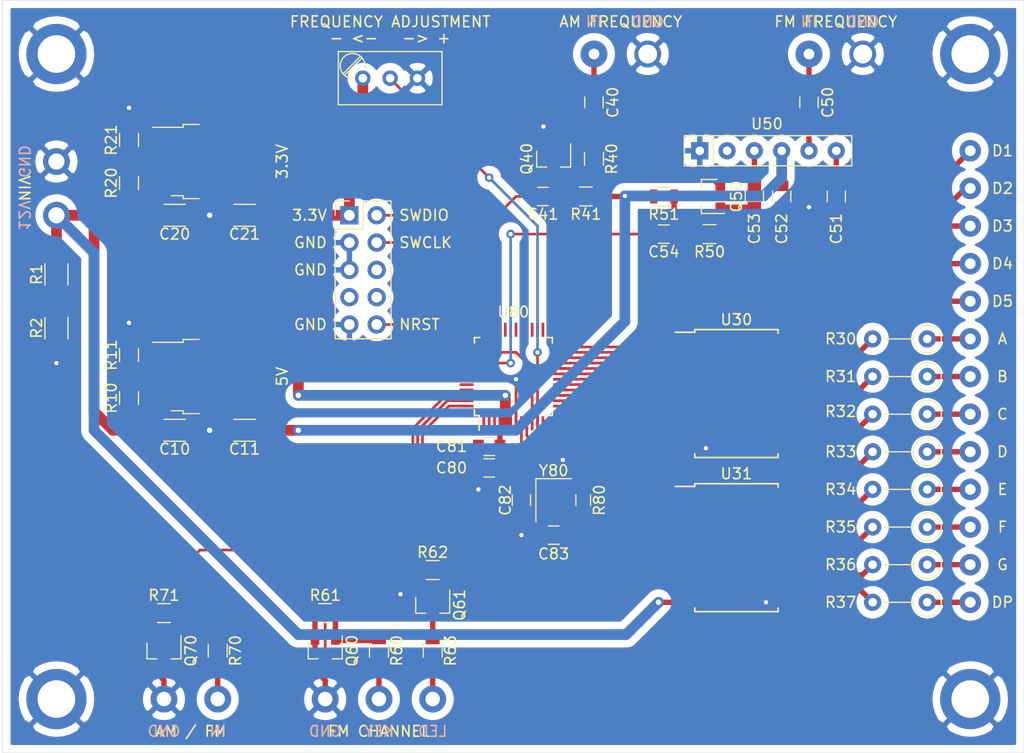
<source format=kicad_pcb>
(kicad_pcb (version 20171130) (host pcbnew "(5.1.7)-1")
  (layers (0 F.Cu signal) (31 B.Cu signal) (34 B.Paste user) (35 F.Paste user) (36 B.SilkS user) (37 F.SilkS user) (38 B.Mask user) (39 F.Mask user) (44 Edge.Cuts user))
  (net 0 "")
  (net 1 GND)
  (net 2 +12V)
  (net 3 D1)
  (net 4 D2)
  (net 5 D3)
  (net 6 D4)
  (net 7 D5)
  (net 8 "Net-(J2-Pad1)")
  (net 9 "Net-(J3-Pad1)")
  (net 10 fm_channel)
  (net 11 "Net-(J4-Pad1)")
  (net 12 am_fm)
  (net 13 led_fm_channel)
  (net 14 G)
  (net 15 F)
  (net 16 E)
  (net 17 D)
  (net 18 A)
  (net 19 C)
  (net 20 B)
  (net 21 DP)
  (net 22 HSE_IN)
  (net 23 +5V)
  (net 24 AM_FREQUENCY)
  (net 25 FM_FREQUENCY)
  (net 26 +3V3)
  (net 27 FREQUENCY_CALIBRATION)
  (net 28 SWDIO)
  (net 29 SWCLK)
  (net 30 SWO)
  (net 31 "Net-(J5-Pad7)")
  (net 32 "Net-(J5-Pad8)")
  (net 33 NRST)
  (net 34 HSE_OUT)
  (net 35 DP_D3)
  (net 36 DP_D5)
  (net 37 DP_D4)
  (net 38 DP_D2)
  (net 39 DP_D1)
  (net 40 DP_DP)
  (net 41 DP_B)
  (net 42 DP_C)
  (net 43 DP_D)
  (net 44 DP_E)
  (net 45 DP_A)
  (net 46 DP_F)
  (net 47 DP_G)
  (net 48 "Net-(R1-Pad2)")
  (net 49 "Net-(C40-Pad2)")
  (net 50 "Net-(C40-Pad1)")
  (net 51 "Net-(C41-Pad2)")
  (net 52 "Net-(C50-Pad2)")
  (net 53 "Net-(C50-Pad1)")
  (net 54 "Net-(C51-Pad1)")
  (net 55 "Net-(C53-Pad2)")
  (net 56 "Net-(C53-Pad1)")
  (net 57 "Net-(C54-Pad2)")
  (net 58 "Net-(C83-Pad1)")
  (net 59 "Net-(Q60-Pad1)")
  (net 60 "Net-(Q61-Pad1)")
  (net 61 "Net-(Q61-Pad3)")
  (net 62 "Net-(Q70-Pad1)")
  (net 63 "Net-(R10-Pad2)")
  (net 64 "Net-(R20-Pad2)")
  (net 65 "Net-(R30-Pad2)")
  (net 66 "Net-(R31-Pad2)")
  (net 67 "Net-(R32-Pad2)")
  (net 68 "Net-(R33-Pad2)")
  (net 69 "Net-(R34-Pad2)")
  (net 70 "Net-(R35-Pad2)")
  (net 71 "Net-(R36-Pad2)")
  (net 72 "Net-(R37-Pad2)")
  (net 73 "Net-(U30-Pad6)")
  (net 74 "Net-(U30-Pad7)")
  (net 75 "Net-(U30-Pad8)")
  (net 76 "Net-(U30-Pad10)")
  (net 77 "Net-(U30-Pad11)")
  (net 78 "Net-(U30-Pad12)")
  (net 79 "Net-(U30-Pad13)")
  (net 80 "Net-(U50-Pad2)")
  (net 81 "Net-(U80-Pad1)")
  (net 82 "Net-(U80-Pad2)")
  (net 83 "Net-(U80-Pad3)")
  (net 84 "Net-(U80-Pad25)")
  (net 85 "Net-(U80-Pad26)")
  (net 86 "Net-(U80-Pad27)")
  (net 87 "Net-(U80-Pad28)")
  (net 88 "Net-(U80-Pad29)")
  (net 89 "Net-(U80-Pad30)")
  (net 90 "Net-(U80-Pad31)")
  (net 91 "Net-(U80-Pad32)")
  (net 92 "Net-(U80-Pad33)")
  (net 93 "Net-(U80-Pad37)")
  (net 94 "Net-(U80-Pad38)")
  (net 95 "Net-(U80-Pad39)")
  (net 96 "Net-(U80-Pad41)")
  (net 97 "Net-(U80-Pad42)")
  (net 98 "Net-(U80-Pad43)")
  (net 99 "Net-(U80-Pad44)")
  (net 100 "Net-(U80-Pad45)")
  (module Resistors_THT:R_Axial_DIN0207_L6.3mm_D2.5mm_P5.08mm_Vertical (layer F.Cu) (at 165.75 132 180)
    (fp_text reference R37 (at 6.5 0) (layer F.SilkS) (effects (justify right)))
    (fp_text value 470)
    (pad 1 thru_hole circle (at 0 0 180) (size 1.6 1.6) (drill 0.8) (layers *.Cu *.Mask) (net 21 DP))
    (pad 2 thru_hole oval (at 5.08 0 180) (size 1.6 1.6) (drill 0.8) (layers *.Cu *.Mask) (net 72 "Net-(R37-Pad2)"))
  )
  (module Resistors_THT:R_Axial_DIN0207_L6.3mm_D2.5mm_P5.08mm_Vertical (layer F.Cu) (at 165.75 128.5 180)
    (fp_text reference R36 (at 6.5 0) (layer F.SilkS) (effects (justify right)))
    (fp_text value 470)
    (pad 1 thru_hole circle (at 0 0 180) (size 1.6 1.6) (drill 0.8) (layers *.Cu *.Mask) (net 14 G))
    (pad 2 thru_hole oval (at 5.08 0 180) (size 1.6 1.6) (drill 0.8) (layers *.Cu *.Mask) (net 71 "Net-(R36-Pad2)"))
  )
  (module Resistors_THT:R_Axial_DIN0207_L6.3mm_D2.5mm_P5.08mm_Vertical (layer F.Cu) (at 165.75 125 180)
    (fp_text reference R35 (at 6.5 0) (layer F.SilkS) (effects (justify right)))
    (fp_text value 470)
    (pad 1 thru_hole circle (at 0 0 180) (size 1.6 1.6) (drill 0.8) (layers *.Cu *.Mask) (net 15 F))
    (pad 2 thru_hole oval (at 5.08 0 180) (size 1.6 1.6) (drill 0.8) (layers *.Cu *.Mask) (net 70 "Net-(R35-Pad2)"))
  )
  (module Resistors_THT:R_Axial_DIN0207_L6.3mm_D2.5mm_P5.08mm_Vertical (layer F.Cu) (at 165.75 121.5 180)
    (fp_text reference R34 (at 6.5 0) (layer F.SilkS) (effects (justify right)))
    (fp_text value 470)
    (pad 1 thru_hole circle (at 0 0 180) (size 1.6 1.6) (drill 0.8) (layers *.Cu *.Mask) (net 16 E))
    (pad 2 thru_hole oval (at 5.08 0 180) (size 1.6 1.6) (drill 0.8) (layers *.Cu *.Mask) (net 69 "Net-(R34-Pad2)"))
  )
  (module Resistors_THT:R_Axial_DIN0207_L6.3mm_D2.5mm_P5.08mm_Vertical (layer F.Cu) (at 165.75 118 180)
    (fp_text reference R33 (at 6.5 0) (layer F.SilkS) (effects (justify right)))
    (fp_text value 470)
    (pad 1 thru_hole circle (at 0 0 180) (size 1.6 1.6) (drill 0.8) (layers *.Cu *.Mask) (net 17 D))
    (pad 2 thru_hole oval (at 5.08 0 180) (size 1.6 1.6) (drill 0.8) (layers *.Cu *.Mask) (net 68 "Net-(R33-Pad2)"))
  )
  (module Resistors_THT:R_Axial_DIN0207_L6.3mm_D2.5mm_P5.08mm_Vertical (layer F.Cu) (at 165.75 114.5 180)
    (fp_text reference R32 (at 6.5 0.25) (layer F.SilkS) (effects (justify right)))
    (fp_text value 470)
    (pad 1 thru_hole circle (at 0 0 180) (size 1.6 1.6) (drill 0.8) (layers *.Cu *.Mask) (net 19 C))
    (pad 2 thru_hole oval (at 5.08 0 180) (size 1.6 1.6) (drill 0.8) (layers *.Cu *.Mask) (net 67 "Net-(R32-Pad2)"))
  )
  (module Resistors_THT:R_Axial_DIN0207_L6.3mm_D2.5mm_P5.08mm_Vertical (layer F.Cu) (at 165.75 111 180)
    (fp_text reference R31 (at 6.5 0) (layer F.SilkS) (effects (justify right)))
    (fp_text value 470)
    (pad 1 thru_hole circle (at 0 0 180) (size 1.6 1.6) (drill 0.8) (layers *.Cu *.Mask) (net 20 B))
    (pad 2 thru_hole oval (at 5.08 0 180) (size 1.6 1.6) (drill 0.8) (layers *.Cu *.Mask) (net 66 "Net-(R31-Pad2)"))
  )
  (module Resistors_THT:R_Axial_DIN0207_L6.3mm_D2.5mm_P5.08mm_Vertical (layer F.Cu) (at 165.75 107.5 180)
    (fp_text reference R30 (at 6.5 0) (layer F.SilkS) (effects (justify right)))
    (fp_text value 470)
    (pad 1 thru_hole circle (at 0 0 180) (size 1.6 1.6) (drill 0.8) (layers *.Cu *.Mask) (net 18 A))
    (pad 2 thru_hole oval (at 5.08 0 180) (size 1.6 1.6) (drill 0.8) (layers *.Cu *.Mask) (net 65 "Net-(R30-Pad2)"))
  )
  (module Resistors_SMD:R_1206 (layer F.Cu) (at 84.75 106.5 270)
    (fp_text reference R2 (at 0 1.85 90) (layer F.SilkS))
    (fp_text value 300)
    (pad 1 smd rect (at -1.45 0 270) (size 0.9 1.7) (layers F.Cu F.Paste F.Mask) (net 48 "Net-(R1-Pad2)"))
    (pad 2 smd rect (at 1.45 0 270) (size 0.9 1.7) (layers F.Cu F.Paste F.Mask) (net 1 GND))
  )
  (module Resistors_SMD:R_1206 (layer F.Cu) (at 84.75 101.5 270)
    (fp_text reference R1 (at 0 1.85 90) (layer F.SilkS))
    (fp_text value 300)
    (pad 1 smd rect (at -1.45 0 270) (size 0.9 1.7) (layers F.Cu F.Paste F.Mask) (net 2 +12V))
    (pad 2 smd rect (at 1.45 0 270) (size 0.9 1.7) (layers F.Cu F.Paste F.Mask) (net 48 "Net-(R1-Pad2)"))
  )
  (module Resistors_SMD:R_0603 (layer F.Cu) (at 133.75 122.5 270)
    (fp_text reference R80 (at 0 -1.5 90) (layer F.SilkS))
    (fp_text value 47)
    (pad 1 smd rect (at -0.75 0 270) (size 0.5 0.9) (layers F.Cu F.Paste F.Mask) (net 34 HSE_OUT))
    (pad 2 smd rect (at 0.75 0 270) (size 0.5 0.9) (layers F.Cu F.Paste F.Mask) (net 58 "Net-(C83-Pad1)"))
  )
  (module Capacitors_SMD:C_0805 (layer F.Cu) (at 141.25 97.75)
    (fp_text reference C54 (at 0 1.65) (layer F.SilkS))
    (fp_text value 1nF)
    (pad 1 smd rect (at -1 0) (size 1 1.25) (layers F.Cu F.Paste F.Mask) (net 25 FM_FREQUENCY))
    (pad 2 smd rect (at 1 0) (size 1 1.25) (layers F.Cu F.Paste F.Mask) (net 57 "Net-(C54-Pad2)"))
  )
  (module TO_SOT_Packages_SMD:TO-252-2 (layer F.Cu) (at 99 111)
    (fp_text reference U10 hide)
    (fp_text value LM317)
    (pad 1 smd rect (at -4.2 -2.28) (size 2.2 1.2) (layers F.Cu F.Paste F.Mask) (net 63 "Net-(R10-Pad2)"))
    (pad 3 smd rect (at -4.2 2.28) (size 2.2 1.2) (layers F.Cu F.Paste F.Mask) (net 2 +12V))
    (pad 2 smd rect (at 2.1 0) (size 6.4 5.8) (layers F.Cu F.Mask) (net 23 +5V))
    (pad 2 smd rect (at 3.775 1.525) (size 3.05 2.75) (layers F.Cu F.Paste) (net 23 +5V))
    (pad 2 smd rect (at 0.425 -1.525) (size 3.05 2.75) (layers F.Cu F.Paste) (net 23 +5V))
    (pad 2 smd rect (at 3.775 -1.525) (size 3.05 2.75) (layers F.Cu F.Paste) (net 23 +5V))
    (pad 2 smd rect (at 0.425 1.525) (size 3.05 2.75) (layers F.Cu F.Paste) (net 23 +5V))
  )
  (module TO_SOT_Packages_SMD:TO-252-2 (layer F.Cu) (at 99 91)
    (fp_text reference U20 hide)
    (fp_text value LM317)
    (pad 1 smd rect (at -4.2 -2.28) (size 2.2 1.2) (layers F.Cu F.Paste F.Mask) (net 64 "Net-(R20-Pad2)"))
    (pad 3 smd rect (at -4.2 2.28) (size 2.2 1.2) (layers F.Cu F.Paste F.Mask) (net 2 +12V))
    (pad 2 smd rect (at 2.1 0) (size 6.4 5.8) (layers F.Cu F.Mask) (net 26 +3V3))
    (pad 2 smd rect (at 3.775 1.525) (size 3.05 2.75) (layers F.Cu F.Paste) (net 26 +3V3))
    (pad 2 smd rect (at 0.425 -1.525) (size 3.05 2.75) (layers F.Cu F.Paste) (net 26 +3V3))
    (pad 2 smd rect (at 3.775 -1.525) (size 3.05 2.75) (layers F.Cu F.Paste) (net 26 +3V3))
    (pad 2 smd rect (at 0.425 1.525) (size 3.05 2.75) (layers F.Cu F.Paste) (net 26 +3V3))
  )
  (module Resistors_SMD:R_0805 (layer F.Cu) (at 91.5 89 90)
    (fp_text reference R21 (at 0 -1.65 90) (layer F.SilkS))
    (fp_text value 390)
    (pad 1 smd rect (at -0.95 0 90) (size 0.7 1.3) (layers F.Cu F.Paste F.Mask) (net 64 "Net-(R20-Pad2)"))
    (pad 2 smd rect (at 0.95 0 90) (size 0.7 1.3) (layers F.Cu F.Paste F.Mask) (net 1 GND))
  )
  (module Resistors_SMD:R_0805 (layer F.Cu) (at 91.5 93 90)
    (fp_text reference R20 (at 0 -1.65 90) (layer F.SilkS))
    (fp_text value 240)
    (pad 1 smd rect (at -0.95 0 90) (size 0.7 1.3) (layers F.Cu F.Paste F.Mask) (net 26 +3V3))
    (pad 2 smd rect (at 0.95 0 90) (size 0.7 1.3) (layers F.Cu F.Paste F.Mask) (net 64 "Net-(R20-Pad2)"))
  )
  (module Resistors_SMD:R_0805 (layer F.Cu) (at 91.5 109 90)
    (fp_text reference R11 (at 0 -1.65 90) (layer F.SilkS))
    (fp_text value 680)
    (pad 1 smd rect (at -0.95 0 90) (size 0.7 1.3) (layers F.Cu F.Paste F.Mask) (net 63 "Net-(R10-Pad2)"))
    (pad 2 smd rect (at 0.95 0 90) (size 0.7 1.3) (layers F.Cu F.Paste F.Mask) (net 1 GND))
  )
  (module Resistors_SMD:R_0805 (layer F.Cu) (at 91.5 113 90)
    (fp_text reference R10 (at 0 -1.65 90) (layer F.SilkS))
    (fp_text value 240)
    (pad 1 smd rect (at -0.95 0 90) (size 0.7 1.3) (layers F.Cu F.Paste F.Mask) (net 23 +5V))
    (pad 2 smd rect (at 0.95 0 90) (size 0.7 1.3) (layers F.Cu F.Paste F.Mask) (net 63 "Net-(R10-Pad2)"))
  )
  (module Capacitors_SMD:C_1206 (layer F.Cu) (at 102.25 96 180)
    (fp_text reference C21 (at 0 -1.75) (layer F.SilkS))
    (fp_text value 10µF)
    (pad 1 smd rect (at -1.5 0 180) (size 1 1.6) (layers F.Cu F.Paste F.Mask) (net 26 +3V3))
    (pad 2 smd rect (at 1.5 0 180) (size 1 1.6) (layers F.Cu F.Paste F.Mask) (net 1 GND))
  )
  (module Capacitors_SMD:C_1206 (layer F.Cu) (at 102.25 116 180)
    (fp_text reference C11 (at 0 -1.75) (layer F.SilkS))
    (fp_text value 10µF)
    (pad 1 smd rect (at -1.5 0 180) (size 1 1.6) (layers F.Cu F.Paste F.Mask) (net 23 +5V))
    (pad 2 smd rect (at 1.5 0 180) (size 1 1.6) (layers F.Cu F.Paste F.Mask) (net 1 GND))
  )
  (module Capacitors_SMD:C_1206 (layer F.Cu) (at 95.75 96)
    (fp_text reference C20 (at 0 1.75) (layer F.SilkS))
    (fp_text value 10µF)
    (pad 1 smd rect (at -1.5 0) (size 1 1.6) (layers F.Cu F.Paste F.Mask) (net 2 +12V))
    (pad 2 smd rect (at 1.5 0) (size 1 1.6) (layers F.Cu F.Paste F.Mask) (net 1 GND))
  )
  (module Capacitors_SMD:C_1206 (layer F.Cu) (at 95.75 116)
    (fp_text reference C10 (at 0 1.75) (layer F.SilkS))
    (fp_text value 10µF)
    (pad 1 smd rect (at -1.5 0) (size 1 1.6) (layers F.Cu F.Paste F.Mask) (net 2 +12V))
    (pad 2 smd rect (at 1.5 0) (size 1 1.6) (layers F.Cu F.Paste F.Mask) (net 1 GND))
  )
  (module Zaehler-Modul:Conn_01x13_3.5mm (layer F.Cu) (at 169.75 90 270)
    (fp_text reference J14 hide)
    (fp_text value Conn_01x13)
    (pad 13 thru_hole circle (at 42 0 270) (size 2 2) (drill 1) (layers *.Cu *.Mask) (net 21 DP))
    (pad 12 thru_hole circle (at 38.5 0 270) (size 2 2) (drill 1) (layers *.Cu *.Mask) (net 14 G))
    (pad 11 thru_hole circle (at 35 0 270) (size 2 2) (drill 1) (layers *.Cu *.Mask) (net 15 F))
    (pad 10 thru_hole circle (at 31.5 0 270) (size 2 2) (drill 1) (layers *.Cu *.Mask) (net 16 E))
    (pad 9 thru_hole circle (at 28 0 270) (size 2 2) (drill 1) (layers *.Cu *.Mask) (net 17 D))
    (pad 8 thru_hole circle (at 24.5 0 270) (size 2 2) (drill 1) (layers *.Cu *.Mask) (net 19 C))
    (pad 7 thru_hole circle (at 21 0 270) (size 2 2) (drill 1) (layers *.Cu *.Mask) (net 20 B))
    (pad 6 thru_hole circle (at 17.5 0 270) (size 2 2) (drill 1) (layers *.Cu *.Mask) (net 18 A))
    (pad 5 thru_hole circle (at 14 0 270) (size 2 2) (drill 1) (layers *.Cu *.Mask) (net 7 D5))
    (pad 4 thru_hole circle (at 10.5 0 270) (size 2 2) (drill 1) (layers *.Cu *.Mask) (net 6 D4))
    (pad 3 thru_hole circle (at 7 0 270) (size 2 2) (drill 1) (layers *.Cu *.Mask) (net 5 D3))
    (pad 2 thru_hole circle (at 3.5 0 270) (size 2 2) (drill 1) (layers *.Cu *.Mask) (net 4 D2))
    (pad 1 thru_hole circle (at 0 0 270) (size 2 2) (drill 1) (layers *.Cu *.Mask) (net 3 D1))
  )
  (module Housings_SOIC:SOIC-18W_7.5x11.6mm_Pitch1.27mm (layer F.Cu) (at 148 126.92)
    (fp_text reference U31 (at 0 -6.875) (layer F.SilkS))
    (fp_text value UDN2981)
    (pad 1 smd rect (at -4.7 -5.08) (size 2 0.6) (layers F.Cu F.Paste F.Mask) (net 45 DP_A))
    (pad 2 smd rect (at -4.7 -3.81) (size 2 0.6) (layers F.Cu F.Paste F.Mask) (net 41 DP_B))
    (pad 3 smd rect (at -4.7 -2.54) (size 2 0.6) (layers F.Cu F.Paste F.Mask) (net 42 DP_C))
    (pad 4 smd rect (at -4.7 -1.27) (size 2 0.6) (layers F.Cu F.Paste F.Mask) (net 43 DP_D))
    (pad 5 smd rect (at -4.7 0) (size 2 0.6) (layers F.Cu F.Paste F.Mask) (net 44 DP_E))
    (pad 6 smd rect (at -4.7 1.27) (size 2 0.6) (layers F.Cu F.Paste F.Mask) (net 46 DP_F))
    (pad 7 smd rect (at -4.7 2.54) (size 2 0.6) (layers F.Cu F.Paste F.Mask) (net 47 DP_G))
    (pad 8 smd rect (at -4.7 3.81) (size 2 0.6) (layers F.Cu F.Paste F.Mask) (net 40 DP_DP))
    (pad 9 smd rect (at -4.7 5.08) (size 2 0.6) (layers F.Cu F.Paste F.Mask) (net 2 +12V))
    (pad 10 smd rect (at 4.7 5.08) (size 2 0.6) (layers F.Cu F.Paste F.Mask) (net 1 GND))
    (pad 11 smd rect (at 4.7 3.81) (size 2 0.6) (layers F.Cu F.Paste F.Mask) (net 72 "Net-(R37-Pad2)"))
    (pad 12 smd rect (at 4.7 2.54) (size 2 0.6) (layers F.Cu F.Paste F.Mask) (net 71 "Net-(R36-Pad2)"))
    (pad 13 smd rect (at 4.7 1.27) (size 2 0.6) (layers F.Cu F.Paste F.Mask) (net 70 "Net-(R35-Pad2)"))
    (pad 14 smd rect (at 4.7 0) (size 2 0.6) (layers F.Cu F.Paste F.Mask) (net 69 "Net-(R34-Pad2)"))
    (pad 15 smd rect (at 4.7 -1.27) (size 2 0.6) (layers F.Cu F.Paste F.Mask) (net 68 "Net-(R33-Pad2)"))
    (pad 16 smd rect (at 4.7 -2.54) (size 2 0.6) (layers F.Cu F.Paste F.Mask) (net 67 "Net-(R32-Pad2)"))
    (pad 17 smd rect (at 4.7 -3.81) (size 2 0.6) (layers F.Cu F.Paste F.Mask) (net 66 "Net-(R31-Pad2)"))
    (pad 18 smd rect (at 4.7 -5.08) (size 2 0.6) (layers F.Cu F.Paste F.Mask) (net 65 "Net-(R30-Pad2)"))
  )
  (module Housings_SOIC:SOIC-18W_7.5x11.6mm_Pitch1.27mm (layer F.Cu) (at 148 112.58)
    (fp_text reference U30 (at 0 -6.875) (layer F.SilkS))
    (fp_text value ULN2803A)
    (pad 1 smd rect (at -4.7 -5.08) (size 2 0.6) (layers F.Cu F.Paste F.Mask) (net 39 DP_D1))
    (pad 2 smd rect (at -4.7 -3.81) (size 2 0.6) (layers F.Cu F.Paste F.Mask) (net 38 DP_D2))
    (pad 3 smd rect (at -4.7 -2.54) (size 2 0.6) (layers F.Cu F.Paste F.Mask) (net 35 DP_D3))
    (pad 4 smd rect (at -4.7 -1.27) (size 2 0.6) (layers F.Cu F.Paste F.Mask) (net 37 DP_D4))
    (pad 5 smd rect (at -4.7 0) (size 2 0.6) (layers F.Cu F.Paste F.Mask) (net 36 DP_D5))
    (pad 6 smd rect (at -4.7 1.27) (size 2 0.6) (layers F.Cu F.Paste F.Mask) (net 73 "Net-(U30-Pad6)"))
    (pad 7 smd rect (at -4.7 2.54) (size 2 0.6) (layers F.Cu F.Paste F.Mask) (net 74 "Net-(U30-Pad7)"))
    (pad 8 smd rect (at -4.7 3.81) (size 2 0.6) (layers F.Cu F.Paste F.Mask) (net 75 "Net-(U30-Pad8)"))
    (pad 9 smd rect (at -4.7 5.08) (size 2 0.6) (layers F.Cu F.Paste F.Mask) (net 1 GND))
    (pad 10 smd rect (at 4.7 5.08) (size 2 0.6) (layers F.Cu F.Paste F.Mask) (net 76 "Net-(U30-Pad10)"))
    (pad 11 smd rect (at 4.7 3.81) (size 2 0.6) (layers F.Cu F.Paste F.Mask) (net 77 "Net-(U30-Pad11)"))
    (pad 12 smd rect (at 4.7 2.54) (size 2 0.6) (layers F.Cu F.Paste F.Mask) (net 78 "Net-(U30-Pad12)"))
    (pad 13 smd rect (at 4.7 1.27) (size 2 0.6) (layers F.Cu F.Paste F.Mask) (net 79 "Net-(U30-Pad13)"))
    (pad 14 smd rect (at 4.7 0) (size 2 0.6) (layers F.Cu F.Paste F.Mask) (net 7 D5))
    (pad 15 smd rect (at 4.7 -1.27) (size 2 0.6) (layers F.Cu F.Paste F.Mask) (net 6 D4))
    (pad 16 smd rect (at 4.7 -2.54) (size 2 0.6) (layers F.Cu F.Paste F.Mask) (net 5 D3))
    (pad 17 smd rect (at 4.7 -3.81) (size 2 0.6) (layers F.Cu F.Paste F.Mask) (net 4 D2))
    (pad 18 smd rect (at 4.7 -5.08) (size 2 0.6) (layers F.Cu F.Paste F.Mask) (net 3 D1))
  )
  (module Wire_Pads:SolderWirePad_single_1-2mmDrill (layer F.Cu) (at 109.75 141)
    (fp_text reference J13 hide)
    (fp_text value Conn_01x01)
    (pad 1 thru_hole circle (at 0 0) (size 2.5 2.5) (drill 1.35) (layers *.Cu *.Mask) (net 1 GND))
  )
  (module Wire_Pads:SolderWirePad_single_1-2mmDrill (layer F.Cu) (at 94.75 141)
    (fp_text reference J12 hide)
    (fp_text value Conn_01x01)
    (pad 1 thru_hole circle (at 0 0) (size 2.5 2.5) (drill 1.35) (layers *.Cu *.Mask) (net 1 GND))
  )
  (module Mounting_Holes:MountingHole_3.2mm_M3_DIN965_Pad (layer F.Cu) (at 169.75 81)
    (fp_text reference H4 hide)
    (fp_text value MountingHole_Pad)
    (pad 1 thru_hole circle (at 0 0) (size 5.6 5.6) (drill 3.5) (layers *.Cu *.Mask) (net 1 GND))
  )
  (module Mounting_Holes:MountingHole_3.2mm_M3_DIN965_Pad (layer F.Cu) (at 169.75 141)
    (fp_text reference H3 hide)
    (fp_text value MountingHole_Pad)
    (pad 1 thru_hole circle (at 0 0) (size 5.6 5.6) (drill 3.5) (layers *.Cu *.Mask) (net 1 GND))
  )
  (module Mounting_Holes:MountingHole_3.2mm_M3_DIN965_Pad (layer F.Cu) (at 84.75 141)
    (fp_text reference H2 hide)
    (fp_text value MountingHole_Pad)
    (pad 1 thru_hole circle (at 0 0) (size 5.6 5.6) (drill 3.5) (layers *.Cu *.Mask) (net 1 GND))
  )
  (module Mounting_Holes:MountingHole_3.2mm_M3_DIN965_Pad (layer F.Cu) (at 84.75 81)
    (fp_text reference H1 hide)
    (fp_text value MountingHole_Pad)
    (pad 1 thru_hole circle (at 0 0) (size 5.6 5.6) (drill 3.5) (layers *.Cu *.Mask) (net 1 GND))
  )
  (module Wire_Pads:SolderWirePad_single_1-2mmDrill (layer F.Cu) (at 84.75 91 90)
    (fp_text reference J11 hide)
    (fp_text value Conn_01x01)
    (pad 1 thru_hole circle (at 0 0 90) (size 2.5 2.5) (drill 1.5) (layers *.Cu *.Mask) (net 1 GND))
  )
  (module Wire_Pads:SolderWirePad_single_1-2mmDrill (layer F.Cu) (at 84.75 96 90)
    (fp_text reference J10 hide)
    (fp_text value Conn_01x01)
    (pad 1 thru_hole circle (at 0 0 90) (size 2.5 2.5) (drill 1.5) (layers *.Cu *.Mask) (net 2 +12V))
  )
  (module Wire_Pads:SolderWirePad_single_1-2mmDrill (layer F.Cu) (at 139.75 81 180)
    (fp_text reference J9 hide)
    (fp_text value Conn_01x01)
    (pad 1 thru_hole circle (at 0 0 180) (size 2.5 2.5) (drill 1.75) (layers *.Cu *.Mask) (net 1 GND))
  )
  (module Wire_Pads:SolderWirePad_single_1-2mmDrill (layer F.Cu) (at 134.75 81 180)
    (fp_text reference J8 hide)
    (fp_text value Conn_01x01)
    (pad 1 thru_hole circle (at 0 0 180) (size 2.5 2.5) (drill 1) (layers *.Cu *.Mask) (net 49 "Net-(C40-Pad2)"))
  )
  (module Wire_Pads:SolderWirePad_single_1-2mmDrill (layer F.Cu) (at 154.75 81 180)
    (fp_text reference J7 hide)
    (fp_text value Conn_01x01)
    (pad 1 thru_hole circle (at 0 0 180) (size 2.5 2.5) (drill 1) (layers *.Cu *.Mask) (net 52 "Net-(C50-Pad2)"))
  )
  (module Wire_Pads:SolderWirePad_single_1-2mmDrill (layer F.Cu) (at 159.75 81 180)
    (fp_text reference J6 hide)
    (fp_text value Conn_01x01)
    (pad 1 thru_hole circle (at 0 0 180) (size 2.5 2.5) (drill 1.75) (layers *.Cu *.Mask) (net 1 GND))
  )
  (module Crystals:Crystal_SMD_3225-4pin_3.2x2.5mm (layer F.Cu) (at 131 122.5 270)
    (fp_text reference Y80 (at -2.75 0 180) (layer F.SilkS))
    (fp_text value 16MHz)
    (pad 1 smd rect (at -1.1 0.85 270) (size 1.4 1.2) (layers F.Cu F.Paste F.Mask) (net 22 HSE_IN))
    (pad 2 smd rect (at 1.1 0.85 270) (size 1.4 1.2) (layers F.Cu F.Paste F.Mask) (net 1 GND))
    (pad 3 smd rect (at 1.1 -0.85 270) (size 1.4 1.2) (layers F.Cu F.Paste F.Mask) (net 58 "Net-(C83-Pad1)"))
    (pad 4 smd rect (at -1.1 -0.85 270) (size 1.4 1.2) (layers F.Cu F.Paste F.Mask) (net 1 GND))
  )
  (module Housings_QFP:LQFP-48_7x7mm_Pitch0.5mm (layer F.Cu) (at 127.25 111 90)
    (fp_text reference U80 (at 6 0 180) (layer F.SilkS))
    (fp_text value STM32G030C8T6)
    (pad 1 smd rect (at -4.35 -2.75 90) (size 1.3 0.25) (layers F.Cu F.Paste F.Mask) (net 81 "Net-(U80-Pad1)"))
    (pad 2 smd rect (at -4.35 -2.25 90) (size 1.3 0.25) (layers F.Cu F.Paste F.Mask) (net 82 "Net-(U80-Pad2)"))
    (pad 3 smd rect (at -4.35 -1.75 90) (size 1.3 0.25) (layers F.Cu F.Paste F.Mask) (net 83 "Net-(U80-Pad3)"))
    (pad 4 smd rect (at -4.35 -1.25 90) (size 1.3 0.25) (layers F.Cu F.Paste F.Mask) (net 26 +3V3))
    (pad 5 smd rect (at -4.35 -0.75 90) (size 1.3 0.25) (layers F.Cu F.Paste F.Mask) (net 26 +3V3))
    (pad 6 smd rect (at -4.35 -0.25 90) (size 1.3 0.25) (layers F.Cu F.Paste F.Mask) (net 26 +3V3))
    (pad 7 smd rect (at -4.35 0.25 90) (size 1.3 0.25) (layers F.Cu F.Paste F.Mask) (net 1 GND))
    (pad 8 smd rect (at -4.35 0.75 90) (size 1.3 0.25) (layers F.Cu F.Paste F.Mask) (net 22 HSE_IN))
    (pad 9 smd rect (at -4.35 1.25 90) (size 1.3 0.25) (layers F.Cu F.Paste F.Mask) (net 34 HSE_OUT))
    (pad 10 smd rect (at -4.35 1.75 90) (size 1.3 0.25) (layers F.Cu F.Paste F.Mask) (net 33 NRST))
    (pad 11 smd rect (at -4.35 2.25 90) (size 1.3 0.25) (layers F.Cu F.Paste F.Mask) (net 27 FREQUENCY_CALIBRATION))
    (pad 12 smd rect (at -4.35 2.75 90) (size 1.3 0.25) (layers F.Cu F.Paste F.Mask) (net 40 DP_DP))
    (pad 13 smd rect (at -2.75 4.35 180) (size 1.3 0.25) (layers F.Cu F.Paste F.Mask) (net 47 DP_G))
    (pad 14 smd rect (at -2.25 4.35 180) (size 1.3 0.25) (layers F.Cu F.Paste F.Mask) (net 46 DP_F))
    (pad 15 smd rect (at -1.75 4.35 180) (size 1.3 0.25) (layers F.Cu F.Paste F.Mask) (net 44 DP_E))
    (pad 16 smd rect (at -1.25 4.35 180) (size 1.3 0.25) (layers F.Cu F.Paste F.Mask) (net 43 DP_D))
    (pad 17 smd rect (at -0.75 4.35 180) (size 1.3 0.25) (layers F.Cu F.Paste F.Mask) (net 42 DP_C))
    (pad 18 smd rect (at -0.25 4.35 180) (size 1.3 0.25) (layers F.Cu F.Paste F.Mask) (net 41 DP_B))
    (pad 19 smd rect (at 0.25 4.35 180) (size 1.3 0.25) (layers F.Cu F.Paste F.Mask) (net 45 DP_A))
    (pad 20 smd rect (at 0.75 4.35 180) (size 1.3 0.25) (layers F.Cu F.Paste F.Mask) (net 36 DP_D5))
    (pad 21 smd rect (at 1.25 4.35 180) (size 1.3 0.25) (layers F.Cu F.Paste F.Mask) (net 37 DP_D4))
    (pad 22 smd rect (at 1.75 4.35 180) (size 1.3 0.25) (layers F.Cu F.Paste F.Mask) (net 35 DP_D3))
    (pad 23 smd rect (at 2.25 4.35 180) (size 1.3 0.25) (layers F.Cu F.Paste F.Mask) (net 38 DP_D2))
    (pad 24 smd rect (at 2.75 4.35 180) (size 1.3 0.25) (layers F.Cu F.Paste F.Mask) (net 39 DP_D1))
    (pad 25 smd rect (at 4.35 2.75 90) (size 1.3 0.25) (layers F.Cu F.Paste F.Mask) (net 84 "Net-(U80-Pad25)"))
    (pad 26 smd rect (at 4.35 2.25 90) (size 1.3 0.25) (layers F.Cu F.Paste F.Mask) (net 85 "Net-(U80-Pad26)"))
    (pad 27 smd rect (at 4.35 1.75 90) (size 1.3 0.25) (layers F.Cu F.Paste F.Mask) (net 86 "Net-(U80-Pad27)"))
    (pad 28 smd rect (at 4.35 1.25 90) (size 1.3 0.25) (layers F.Cu F.Paste F.Mask) (net 87 "Net-(U80-Pad28)"))
    (pad 29 smd rect (at 4.35 0.75 90) (size 1.3 0.25) (layers F.Cu F.Paste F.Mask) (net 88 "Net-(U80-Pad29)"))
    (pad 30 smd rect (at 4.35 0.25 90) (size 1.3 0.25) (layers F.Cu F.Paste F.Mask) (net 89 "Net-(U80-Pad30)"))
    (pad 31 smd rect (at 4.35 -0.25 90) (size 1.3 0.25) (layers F.Cu F.Paste F.Mask) (net 90 "Net-(U80-Pad31)"))
    (pad 32 smd rect (at 4.35 -0.75 90) (size 1.3 0.25) (layers F.Cu F.Paste F.Mask) (net 91 "Net-(U80-Pad32)"))
    (pad 33 smd rect (at 4.35 -1.25 90) (size 1.3 0.25) (layers F.Cu F.Paste F.Mask) (net 92 "Net-(U80-Pad33)"))
    (pad 34 smd rect (at 4.35 -1.75 90) (size 1.3 0.25) (layers F.Cu F.Paste F.Mask) (net 24 AM_FREQUENCY))
    (pad 35 smd rect (at 4.35 -2.25 90) (size 1.3 0.25) (layers F.Cu F.Paste F.Mask) (net 28 SWDIO))
    (pad 36 smd rect (at 4.35 -2.75 90) (size 1.3 0.25) (layers F.Cu F.Paste F.Mask) (net 29 SWCLK))
    (pad 37 smd rect (at 2.75 -4.35 180) (size 1.3 0.25) (layers F.Cu F.Paste F.Mask) (net 93 "Net-(U80-Pad37)"))
    (pad 38 smd rect (at 2.25 -4.35 180) (size 1.3 0.25) (layers F.Cu F.Paste F.Mask) (net 94 "Net-(U80-Pad38)"))
    (pad 39 smd rect (at 1.75 -4.35 180) (size 1.3 0.25) (layers F.Cu F.Paste F.Mask) (net 95 "Net-(U80-Pad39)"))
    (pad 40 smd rect (at 1.25 -4.35 180) (size 1.3 0.25) (layers F.Cu F.Paste F.Mask) (net 25 FM_FREQUENCY))
    (pad 41 smd rect (at 0.75 -4.35 180) (size 1.3 0.25) (layers F.Cu F.Paste F.Mask) (net 96 "Net-(U80-Pad41)"))
    (pad 42 smd rect (at 0.25 -4.35 180) (size 1.3 0.25) (layers F.Cu F.Paste F.Mask) (net 97 "Net-(U80-Pad42)"))
    (pad 43 smd rect (at -0.25 -4.35 180) (size 1.3 0.25) (layers F.Cu F.Paste F.Mask) (net 98 "Net-(U80-Pad43)"))
    (pad 44 smd rect (at -0.75 -4.35 180) (size 1.3 0.25) (layers F.Cu F.Paste F.Mask) (net 99 "Net-(U80-Pad44)"))
    (pad 45 smd rect (at -1.25 -4.35 180) (size 1.3 0.25) (layers F.Cu F.Paste F.Mask) (net 100 "Net-(U80-Pad45)"))
    (pad 46 smd rect (at -1.75 -4.35 180) (size 1.3 0.25) (layers F.Cu F.Paste F.Mask) (net 12 am_fm))
    (pad 47 smd rect (at -2.25 -4.35 180) (size 1.3 0.25) (layers F.Cu F.Paste F.Mask) (net 10 fm_channel))
    (pad 48 smd rect (at -2.75 -4.35 180) (size 1.3 0.25) (layers F.Cu F.Paste F.Mask) (net 13 led_fm_channel))
  )
  (module Resistors_THT:R_Array_SIP6 (layer F.Cu) (at 144.59 90)
    (fp_text reference U50 (at 6.25 -2.5) (layer F.SilkS))
    (fp_text value U813BS)
    (pad 6 thru_hole oval (at 12.7 0) (size 1.6 1.6) (drill 0.8) (layers *.Cu *.Mask) (net 54 "Net-(C51-Pad1)"))
    (pad 5 thru_hole oval (at 10.16 0) (size 1.6 1.6) (drill 0.8) (layers *.Cu *.Mask) (net 53 "Net-(C50-Pad1)"))
    (pad 4 thru_hole oval (at 7.62 0) (size 1.6 1.6) (drill 0.8) (layers *.Cu *.Mask) (net 23 +5V))
    (pad 3 thru_hole oval (at 5.08 0) (size 1.6 1.6) (drill 0.8) (layers *.Cu *.Mask) (net 55 "Net-(C53-Pad2)"))
    (pad 2 thru_hole oval (at 2.54 0) (size 1.6 1.6) (drill 0.8) (layers *.Cu *.Mask) (net 80 "Net-(U50-Pad2)"))
    (pad 1 thru_hole rect (at 0 0) (size 1.6 1.6) (drill 0.8) (layers *.Cu *.Mask) (net 1 GND))
  )
  (module Potentiometers:Potentiometer_Trimmer_Bourns_3296W (layer F.Cu) (at 113.25 83.25 180)
    (fp_text reference RV80 hide)
    (fp_text value 100k)
    (pad 1 thru_hole circle (at 0 0 180) (size 1.44 1.44) (drill 0.8) (layers *.Cu *.Mask) (net 26 +3V3))
    (pad 2 thru_hole circle (at -2.54 0 180) (size 1.44 1.44) (drill 0.8) (layers *.Cu *.Mask) (net 27 FREQUENCY_CALIBRATION))
    (pad 3 thru_hole circle (at -5.08 0 180) (size 1.44 1.44) (drill 0.8) (layers *.Cu *.Mask) (net 1 GND))
  )
  (module Resistors_SMD:R_0805 (layer F.Cu) (at 141.25 94.25)
    (fp_text reference R51 (at 0 1.65) (layer F.SilkS))
    (fp_text value 1k)
    (pad 2 smd rect (at 0.95 0) (size 0.7 1.3) (layers F.Cu F.Paste F.Mask) (net 57 "Net-(C54-Pad2)"))
    (pad 1 smd rect (at -0.95 0) (size 0.7 1.3) (layers F.Cu F.Paste F.Mask) (net 23 +5V))
  )
  (module Resistors_SMD:R_0805 (layer F.Cu) (at 134 94.25 180)
    (fp_text reference R41 (at 0 -1.65) (layer F.SilkS))
    (fp_text value 1k)
    (pad 2 smd rect (at 0.95 0 180) (size 0.7 1.3) (layers F.Cu F.Paste F.Mask) (net 51 "Net-(C41-Pad2)"))
    (pad 1 smd rect (at -0.95 0 180) (size 0.7 1.3) (layers F.Cu F.Paste F.Mask) (net 23 +5V))
  )
  (module Resistors_SMD:R_0805 (layer F.Cu) (at 145.5 97.75)
    (fp_text reference R50 (at 0 1.65) (layer F.SilkS))
    (fp_text value 100k)
    (pad 2 smd rect (at 0.95 0) (size 0.7 1.3) (layers F.Cu F.Paste F.Mask) (net 56 "Net-(C53-Pad1)"))
    (pad 1 smd rect (at -0.95 0) (size 0.7 1.3) (layers F.Cu F.Paste F.Mask) (net 57 "Net-(C54-Pad2)"))
  )
  (module Resistors_SMD:R_0805 (layer F.Cu) (at 94.75 133 180)
    (fp_text reference R71 (at 0 1.65) (layer F.SilkS))
    (fp_text value 100k)
    (pad 1 smd rect (at -0.95 0 180) (size 0.7 1.3) (layers F.Cu F.Paste F.Mask) (net 62 "Net-(Q70-Pad1)"))
    (pad 2 smd rect (at 0.95 0 180) (size 0.7 1.3) (layers F.Cu F.Paste F.Mask) (net 1 GND))
  )
  (module TO_SOT_Packages_SMD:SOT-23 (layer F.Cu) (at 145.5 94.25 180)
    (fp_text reference Q50 (at -2.5 0 90) (layer F.SilkS))
    (fp_text value BC847)
    (pad 3 smd rect (at 1 0 180) (size 0.9 0.8) (layers F.Cu F.Paste F.Mask) (net 57 "Net-(C54-Pad2)"))
    (pad 2 smd rect (at -1 0.95 180) (size 0.9 0.8) (layers F.Cu F.Paste F.Mask) (net 1 GND))
    (pad 1 smd rect (at -1 -0.95 180) (size 0.9 0.8) (layers F.Cu F.Paste F.Mask) (net 56 "Net-(C53-Pad1)"))
  )
  (module TO_SOT_Packages_SMD:SOT-23 (layer F.Cu) (at 131 90.75 270)
    (fp_text reference Q40 (at 0 2.5 90) (layer F.SilkS))
    (fp_text value BC847)
    (pad 3 smd rect (at 1 0 270) (size 0.9 0.8) (layers F.Cu F.Paste F.Mask) (net 51 "Net-(C41-Pad2)"))
    (pad 2 smd rect (at -1 0.95 270) (size 0.9 0.8) (layers F.Cu F.Paste F.Mask) (net 1 GND))
    (pad 1 smd rect (at -1 -0.95 270) (size 0.9 0.8) (layers F.Cu F.Paste F.Mask) (net 50 "Net-(C40-Pad1)"))
  )
  (module Pin_Headers:Pin_Header_Straight_2x05_Pitch2.54mm (layer F.Cu) (at 112 96)
    (fp_text reference J5 hide)
    (fp_text value SWD)
    (pad 1 thru_hole rect (at 0 0) (size 1.7 1.7) (drill 1) (layers *.Cu *.Mask) (net 26 +3V3))
    (pad 2 thru_hole oval (at 2.54 0) (size 1.7 1.7) (drill 1) (layers *.Cu *.Mask) (net 28 SWDIO))
    (pad 3 thru_hole oval (at 0 2.54) (size 1.7 1.7) (drill 1) (layers *.Cu *.Mask) (net 1 GND))
    (pad 4 thru_hole oval (at 2.54 2.54) (size 1.7 1.7) (drill 1) (layers *.Cu *.Mask) (net 29 SWCLK))
    (pad 5 thru_hole oval (at 0 5.08) (size 1.7 1.7) (drill 1) (layers *.Cu *.Mask) (net 1 GND))
    (pad 6 thru_hole oval (at 2.54 5.08) (size 1.7 1.7) (drill 1) (layers *.Cu *.Mask) (net 30 SWO))
    (pad 7 thru_hole oval (at 0 7.62) (size 1.7 1.7) (drill 1) (layers *.Cu *.Mask) (net 31 "Net-(J5-Pad7)"))
    (pad 8 thru_hole oval (at 2.54 7.62) (size 1.7 1.7) (drill 1) (layers *.Cu *.Mask) (net 32 "Net-(J5-Pad8)"))
    (pad 9 thru_hole oval (at 0 10.16) (size 1.7 1.7) (drill 1) (layers *.Cu *.Mask) (net 1 GND))
    (pad 10 thru_hole oval (at 2.54 10.16) (size 1.7 1.7) (drill 1) (layers *.Cu *.Mask) (net 33 NRST))
  )
  (module Capacitors_SMD:C_0805 (layer F.Cu) (at 125 117.5 180)
    (fp_text reference C81 (at 3.5 0) (layer F.SilkS))
    (fp_text value 100nF)
    (pad 1 smd rect (at -1 0 180) (size 1 1.25) (layers F.Cu F.Paste F.Mask) (net 26 +3V3))
    (pad 2 smd rect (at 1 0 180) (size 1 1.25) (layers F.Cu F.Paste F.Mask) (net 1 GND))
  )
  (module Capacitors_SMD:C_0805 (layer F.Cu) (at 125 119.5 180)
    (fp_text reference C80 (at 3.5 0) (layer F.SilkS))
    (fp_text value 2.2µF)
    (pad 2 smd rect (at 1 0 180) (size 1 1.25) (layers F.Cu F.Paste F.Mask) (net 1 GND))
    (pad 1 smd rect (at -1 0 180) (size 1 1.25) (layers F.Cu F.Paste F.Mask) (net 26 +3V3))
  )
  (module Capacitors_SMD:C_0805 (layer F.Cu) (at 130 94.25)
    (fp_text reference C41 (at 0 1.65) (layer F.SilkS))
    (fp_text value 1nF)
    (pad 2 smd rect (at 1 0) (size 1 1.25) (layers F.Cu F.Paste F.Mask) (net 51 "Net-(C41-Pad2)"))
    (pad 1 smd rect (at -1 0) (size 1 1.25) (layers F.Cu F.Paste F.Mask) (net 24 AM_FREQUENCY))
  )
  (module Capacitors_SMD:C_0805 (layer F.Cu) (at 149.67 94.25 90)
    (fp_text reference C53 (at -3 0 90) (layer F.SilkS))
    (fp_text value 1nF)
    (pad 2 smd rect (at 1 0 90) (size 1 1.25) (layers F.Cu F.Paste F.Mask) (net 55 "Net-(C53-Pad2)"))
    (pad 1 smd rect (at -1 0 90) (size 1 1.25) (layers F.Cu F.Paste F.Mask) (net 56 "Net-(C53-Pad1)"))
  )
  (module Capacitors_SMD:C_0805 (layer F.Cu) (at 134.75 85.5 90)
    (fp_text reference C40 (at 0 1.75 90) (layer F.SilkS))
    (fp_text value 1nF)
    (pad 2 smd rect (at 1 0 90) (size 1 1.25) (layers F.Cu F.Paste F.Mask) (net 49 "Net-(C40-Pad2)"))
    (pad 1 smd rect (at -1 0 90) (size 1 1.25) (layers F.Cu F.Paste F.Mask) (net 50 "Net-(C40-Pad1)"))
  )
  (module Capacitors_SMD:C_0805 (layer F.Cu) (at 131 125.75 180)
    (fp_text reference C83 (at 0 -1.75) (layer F.SilkS))
    (fp_text value 12pF)
    (pad 1 smd rect (at -1 0 180) (size 1 1.25) (layers F.Cu F.Paste F.Mask) (net 58 "Net-(C83-Pad1)"))
    (pad 2 smd rect (at 1 0 180) (size 1 1.25) (layers F.Cu F.Paste F.Mask) (net 1 GND))
  )
  (module Capacitors_SMD:C_0805 (layer F.Cu) (at 152.21 94.25 270)
    (fp_text reference C52 (at 3 0 90) (layer F.SilkS))
    (fp_text value 22nF)
    (pad 2 smd rect (at 1 0 270) (size 1 1.25) (layers F.Cu F.Paste F.Mask) (net 1 GND))
    (pad 1 smd rect (at -1 0 270) (size 1 1.25) (layers F.Cu F.Paste F.Mask) (net 23 +5V))
  )
  (module Capacitors_SMD:C_0805 (layer F.Cu) (at 128 122.5 270)
    (fp_text reference C82 (at 0 1.5 90) (layer F.SilkS))
    (fp_text value 12pF)
    (pad 1 smd rect (at -1 0 270) (size 1 1.25) (layers F.Cu F.Paste F.Mask) (net 22 HSE_IN))
    (pad 2 smd rect (at 1 0 270) (size 1 1.25) (layers F.Cu F.Paste F.Mask) (net 1 GND))
  )
  (module Capacitors_SMD:C_0805 (layer F.Cu) (at 157.29 94.25 270)
    (fp_text reference C51 (at 3 0 90) (layer F.SilkS))
    (fp_text value 1nF)
    (pad 2 smd rect (at 1 0 270) (size 1 1.25) (layers F.Cu F.Paste F.Mask) (net 1 GND))
    (pad 1 smd rect (at -1 0 270) (size 1 1.25) (layers F.Cu F.Paste F.Mask) (net 54 "Net-(C51-Pad1)"))
  )
  (module Capacitors_SMD:C_0805 (layer F.Cu) (at 154.75 85.5 90)
    (fp_text reference C50 (at 0 1.75 90) (layer F.SilkS))
    (fp_text value 1nF)
    (pad 2 smd rect (at 1 0 90) (size 1 1.25) (layers F.Cu F.Paste F.Mask) (net 52 "Net-(C50-Pad2)"))
    (pad 1 smd rect (at -1 0 90) (size 1 1.25) (layers F.Cu F.Paste F.Mask) (net 53 "Net-(C50-Pad1)"))
  )
  (module Resistors_SMD:R_0805 (layer F.Cu) (at 134.75 90.75 90)
    (fp_text reference R40 (at 0 1.65 90) (layer F.SilkS))
    (fp_text value 100k)
    (pad 2 smd rect (at 0.95 0 90) (size 0.7 1.3) (layers F.Cu F.Paste F.Mask) (net 50 "Net-(C40-Pad1)"))
    (pad 1 smd rect (at -0.95 0 90) (size 0.7 1.3) (layers F.Cu F.Paste F.Mask) (net 51 "Net-(C41-Pad2)"))
  )
  (module Resistors_SMD:R_0805 (layer F.Cu) (at 99.75 136.5 270)
    (fp_text reference R70 (at 0 -1.65 90) (layer F.SilkS))
    (fp_text value 33k)
    (pad 1 smd rect (at -0.95 0 270) (size 0.7 1.3) (layers F.Cu F.Paste F.Mask) (net 62 "Net-(Q70-Pad1)"))
    (pad 2 smd rect (at 0.95 0 270) (size 0.7 1.3) (layers F.Cu F.Paste F.Mask) (net 11 "Net-(J4-Pad1)"))
  )
  (module TO_SOT_Packages_SMD:SOT-23 (layer F.Cu) (at 94.75 136.5 270)
    (fp_text reference Q70 (at 0 -2.5 270) (layer F.SilkS))
    (fp_text value BC847)
    (pad 3 smd rect (at 1 0 270) (size 0.9 0.8) (layers F.Cu F.Paste F.Mask) (net 12 am_fm))
    (pad 2 smd rect (at -1 0.95 270) (size 0.9 0.8) (layers F.Cu F.Paste F.Mask) (net 1 GND))
    (pad 1 smd rect (at -1 -0.95 270) (size 0.9 0.8) (layers F.Cu F.Paste F.Mask) (net 62 "Net-(Q70-Pad1)"))
  )
  (module Wire_Pads:SolderWirePad_single_1-2mmDrill (layer F.Cu) (at 99.75 141)
    (fp_text reference J4 hide)
    (fp_text value Conn_01x01)
    (pad 1 thru_hole circle (at 0 0) (size 2.5 2.5) (drill 1.35) (layers *.Cu *.Mask) (net 11 "Net-(J4-Pad1)"))
  )
  (module Resistors_SMD:R_0805 (layer F.Cu) (at 109.75 133 180)
    (fp_text reference R61 (at 0 1.65) (layer F.SilkS))
    (fp_text value 100k)
    (pad 1 smd rect (at -0.95 0 180) (size 0.7 1.3) (layers F.Cu F.Paste F.Mask) (net 59 "Net-(Q60-Pad1)"))
    (pad 2 smd rect (at 0.95 0 180) (size 0.7 1.3) (layers F.Cu F.Paste F.Mask) (net 1 GND))
  )
  (module Resistors_SMD:R_0805 (layer F.Cu) (at 114.75 136.5 270)
    (fp_text reference R60 (at 0 -1.65 90) (layer F.SilkS))
    (fp_text value 33k)
    (pad 1 smd rect (at -0.95 0 270) (size 0.7 1.3) (layers F.Cu F.Paste F.Mask) (net 59 "Net-(Q60-Pad1)"))
    (pad 2 smd rect (at 0.95 0 270) (size 0.7 1.3) (layers F.Cu F.Paste F.Mask) (net 9 "Net-(J3-Pad1)"))
  )
  (module TO_SOT_Packages_SMD:SOT-23 (layer F.Cu) (at 109.75 136.5 270)
    (fp_text reference Q60 (at 0 -2.5 90) (layer F.SilkS))
    (fp_text value BC847)
    (pad 1 smd rect (at -1 -0.95 270) (size 0.9 0.8) (layers F.Cu F.Paste F.Mask) (net 59 "Net-(Q60-Pad1)"))
    (pad 2 smd rect (at -1 0.95 270) (size 0.9 0.8) (layers F.Cu F.Paste F.Mask) (net 1 GND))
    (pad 3 smd rect (at 1 0 270) (size 0.9 0.8) (layers F.Cu F.Paste F.Mask) (net 10 fm_channel))
  )
  (module Wire_Pads:SolderWirePad_single_1-2mmDrill (layer F.Cu) (at 114.75 141)
    (fp_text reference J3 hide)
    (fp_text value Conn_01x01)
    (pad 1 thru_hole circle (at 0 0) (size 2.5 2.5) (drill 1.35) (layers *.Cu *.Mask) (net 9 "Net-(J3-Pad1)"))
  )
  (module Resistors_SMD:R_0805 (layer F.Cu) (at 119.75 136.5 90)
    (fp_text reference R63 (at 0 1.65 90) (layer F.SilkS))
    (fp_text value 1k)
    (pad 1 smd rect (at -0.95 0 90) (size 0.7 1.3) (layers F.Cu F.Paste F.Mask) (net 8 "Net-(J2-Pad1)"))
    (pad 2 smd rect (at 0.95 0 90) (size 0.7 1.3) (layers F.Cu F.Paste F.Mask) (net 61 "Net-(Q61-Pad3)"))
  )
  (module Resistors_SMD:R_0805 (layer F.Cu) (at 119.75 129 180)
    (fp_text reference R62 (at 0 1.65) (layer F.SilkS))
    (fp_text value 3.3k)
    (pad 1 smd rect (at -0.95 0 180) (size 0.7 1.3) (layers F.Cu F.Paste F.Mask) (net 60 "Net-(Q61-Pad1)"))
    (pad 2 smd rect (at 0.95 0 180) (size 0.7 1.3) (layers F.Cu F.Paste F.Mask) (net 13 led_fm_channel))
  )
  (module TO_SOT_Packages_SMD:SOT-23 (layer F.Cu) (at 119.75 132.25 270)
    (fp_text reference Q61 (at 0 -2.5 270) (layer F.SilkS))
    (fp_text value BC847)
    (pad 1 smd rect (at -1 -0.95 270) (size 0.9 0.8) (layers F.Cu F.Paste F.Mask) (net 60 "Net-(Q61-Pad1)"))
    (pad 2 smd rect (at -1 0.95 270) (size 0.9 0.8) (layers F.Cu F.Paste F.Mask) (net 1 GND))
    (pad 3 smd rect (at 1 0 270) (size 0.9 0.8) (layers F.Cu F.Paste F.Mask) (net 61 "Net-(Q61-Pad3)"))
  )
  (module Wire_Pads:SolderWirePad_single_1-2mmDrill (layer F.Cu) (at 119.75 141)
    (fp_text reference J2 hide)
    (fp_text value Conn_01x01)
    (pad 1 thru_hole circle (at 0 0) (size 2.5 2.5) (drill 1.35) (layers *.Cu *.Mask) (net 8 "Net-(J2-Pad1)"))
  )
  (gr_text 5V (at 105.75 111 90) (layer F.SilkS) (effects (font (size 1 1))))
  (gr_text 3.3V (at 105.75 91 90) (layer F.SilkS) (effects (font (size 1 1))))
  (gr_text VIN (at 81.75 93.5 270) (layer F.SilkS) (effects (font (size 1 1))))
  (gr_text 12V (at 81.75 96 270) (layer B.SilkS) (effects (font (size 1 1)) (justify mirror)))
  (gr_text GND (at 81.75 91 270) (layer B.SilkS) (effects (font (size 1 1)) (justify mirror)))
  (gr_text GND (at 139.75 78) (layer B.SilkS) (effects (font (size 1 1)) (justify mirror)))
  (gr_text IN (at 134.75 78) (layer B.SilkS) (effects (font (size 1 1)) (justify mirror)))
  (gr_text GND (at 159.75 78) (layer B.SilkS) (effects (font (size 1 1)) (justify mirror)))
  (gr_text IN (at 154.75 78) (layer B.SilkS) (effects (font (size 1 1)) (justify mirror)))
  (gr_text IN (at 99.75 144) (layer B.SilkS) (effects (font (size 1 1)) (justify mirror)))
  (gr_text GND (at 94.75 144) (layer B.SilkS) (effects (font (size 1 1)) (justify mirror)))
  (gr_text GND (at 109.75 144) (layer B.SilkS) (effects (font (size 1 1)) (justify mirror)))
  (gr_text KEY (at 114.75 144) (layer B.SilkS) (effects (font (size 1 1)) (justify mirror)))
  (gr_text LED (at 119.75 144) (layer B.SilkS) (effects (font (size 1 1)) (justify mirror)))
  (gr_text F (at 172.75 125) (layer F.SilkS) (effects (font (size 1 1))))
  (gr_text G (at 172.75 128.5) (layer F.SilkS) (effects (font (size 1 1))))
  (gr_text DP (at 172.75 132) (layer F.SilkS) (effects (font (size 1 1))))
  (gr_text B (at 172.75 111) (layer F.SilkS) (effects (font (size 1 1))))
  (gr_text A (at 172.75 107.5) (layer F.SilkS) (effects (font (size 1 1))))
  (gr_text C (at 172.75 114.5) (layer F.SilkS) (effects (font (size 1 1))))
  (gr_text D (at 172.75 118) (layer F.SilkS) (effects (font (size 1 1))))
  (gr_text E (at 172.75 121.5) (layer F.SilkS) (effects (font (size 1 1))))
  (gr_text D5 (at 172.75 104) (layer F.SilkS) (effects (font (size 1 1))))
  (gr_text D4 (at 172.75 100.5) (layer F.SilkS) (effects (font (size 1 1))))
  (gr_text D3 (at 172.75 97) (layer F.SilkS) (effects (font (size 1 1))))
  (gr_text D2 (at 172.75 93.5) (layer F.SilkS) (effects (font (size 1 1))))
  (gr_text D1 (at 172.75 90) (layer F.SilkS) (effects (font (size 1 1))))
  (gr_text 3.3V (at 110 96) (layer F.SilkS) (effects (font (size 1 1)) (justify right)))
  (gr_text GND (at 110 98.54) (layer F.SilkS) (effects (font (size 1 1)) (justify right)))
  (gr_text GND (at 110 101.08) (layer F.SilkS) (effects (font (size 1 1)) (justify right)))
  (gr_text GND (at 110 106.16) (layer F.SilkS) (effects (font (size 1 1)) (justify right)))
  (gr_text NRST (at 116.54 106.16) (layer F.SilkS) (effects (font (size 1 1)) (justify left)))
  (gr_text SWCLK (at 116.54 98.54) (layer F.SilkS) (effects (font (size 1 1)) (justify left)))
  (gr_text SWDIO (at 116.54 96) (layer F.SilkS) (effects (font (size 1 1)) (justify left)))
  (gr_text "FM CHANNEL" (at 114.75 144) (layer F.SilkS) (effects (font (size 1 1))))
  (gr_text "AM / FM" (at 97.25 144) (layer F.SilkS) (effects (font (size 1 1))))
  (gr_text "- <-   -> +" (at 115.79 79.5) (layer F.SilkS) (effects (font (size 1 1))))
  (gr_text "FM FREQUENCY" (at 157.25 78) (layer F.SilkS) (effects (font (size 1 1))))
  (gr_text "AM FREQUENCY" (at 137.25 78) (layer F.SilkS) (effects (font (size 1 1))))
  (gr_text "FREQUENCY ADJUSTMENT" (at 115.79 78) (layer F.SilkS) (effects (font (size 1 1))))
  (gr_line (start 174.75 146) (end 79.75 146) (layer Edge.Cuts) (width 0.05))
  (gr_line (start 174.75 76) (end 79.75 76) (layer Edge.Cuts) (width 0.05))
  (gr_line (start 79.75 146) (end 79.75 76) (layer Edge.Cuts) (width 0.05))
  (gr_line (start 174.75 146) (end 174.75 76) (layer Edge.Cuts) (width 0.05))
  (segment (start 97.25 116) (end 99 116) (width 1) (layer F.Cu) (net 1))
  (segment (start 97.25 96) (end 99 96) (width 1) (layer F.Cu) (net 1))
  (segment (start 99 116) (end 100.75 116) (width 1) (layer F.Cu) (net 1))
  (via (at 99 116) (size 1) (drill 0.5) (layers F.Cu B.Cu) (net 1))
  (segment (start 99 96) (end 100.75 96) (width 1) (layer F.Cu) (net 1))
  (via (at 99 96) (size 1) (drill 0.5) (layers F.Cu B.Cu) (net 1))
  (segment (start 91.5 88.05) (end 91.5 86) (width 1) (layer F.Cu) (net 1))
  (via (at 91.5 86) (size 0.8) (drill 0.4) (layers F.Cu B.Cu) (net 1))
  (segment (start 91.5 108.05) (end 91.5 106) (width 1) (layer F.Cu) (net 1))
  (segment (start 91.5 106) (end 91.5 106) (width 1) (layer F.Cu) (net 1))
  (via (at 91.5 106) (size 0.8) (drill 0.4) (layers F.Cu B.Cu) (net 1))
  (segment (start 93.8 133) (end 93.8 135.5) (width 0.5) (layer F.Cu) (net 1))
  (segment (start 94.75 141) (end 94.75 139.25) (width 0.5) (layer F.Cu) (net 1))
  (segment (start 108.8 133) (end 108.8 135.5) (width 0.5) (layer F.Cu) (net 1))
  (segment (start 109.75 139.25) (end 109.75 141) (width 0.5) (layer F.Cu) (net 1))
  (segment (start 108.8 138.3) (end 109.75 139.25) (width 0.5) (layer F.Cu) (net 1))
  (segment (start 108.8 135.5) (end 108.8 138.3) (width 0.5) (layer F.Cu) (net 1))
  (segment (start 93.8 138.3) (end 94.75 139.25) (width 0.5) (layer F.Cu) (net 1))
  (segment (start 93.8 135.5) (end 93.8 138.3) (width 0.5) (layer F.Cu) (net 1))
  (segment (start 118.8 131.25) (end 116.75 131.25) (width 0.5) (layer F.Cu) (net 1))
  (via (at 116.75 131.25) (size 0.8) (drill 0.4) (layers F.Cu B.Cu) (net 1))
  (segment (start 144.59 91.39) (end 146.5 93.3) (width 0.5) (layer F.Cu) (net 1))
  (segment (start 144.59 90) (end 144.59 91.39) (width 0.5) (layer F.Cu) (net 1))
  (segment (start 157.29 95.25) (end 154.75 95.25) (width 0.5) (layer F.Cu) (net 1))
  (segment (start 154.75 95.25) (end 152.21 95.25) (width 0.5) (layer F.Cu) (net 1))
  (via (at 154.75 95.25) (size 0.8) (drill 0.4) (layers F.Cu B.Cu) (net 1))
  (via (at 130.05 87.75) (size 0.8) (drill 0.4) (layers F.Cu B.Cu) (net 1))
  (segment (start 130.05 89.75) (end 130.05 87.75) (width 0.5) (layer F.Cu) (net 1))
  (segment (start 127.5 115.35) (end 127.5 114.45) (width 0.25) (layer F.Cu) (net 1))
  (segment (start 127.5 114.45) (end 127.5 111.25) (width 0.25) (layer F.Cu) (net 1))
  (via (at 127.5 111.25) (size 0.8) (drill 0.4) (layers F.Cu B.Cu) (net 1))
  (segment (start 124 119.5) (end 124 121.5) (width 0.5) (layer F.Cu) (net 1))
  (via (at 124 121.5) (size 0.8) (drill 0.4) (layers F.Cu B.Cu) (net 1))
  (segment (start 143.3 117.66) (end 145.16 117.66) (width 0.5) (layer F.Cu) (net 1))
  (via (at 145.16 117.66) (size 0.8) (drill 0.4) (layers F.Cu B.Cu) (net 1))
  (segment (start 152.7 132) (end 150.75 132) (width 0.5) (layer F.Cu) (net 1))
  (via (at 150.75 132) (size 0.8) (drill 0.4) (layers F.Cu B.Cu) (net 1))
  (segment (start 130.15 123.5) (end 131.85 121.8) (width 0.25) (layer F.Cu) (net 1))
  (segment (start 131.85 121.8) (end 131.85 121.4) (width 0.25) (layer F.Cu) (net 1))
  (segment (start 130.15 123.6) (end 130.15 123.5) (width 0.25) (layer F.Cu) (net 1))
  (via (at 128 125.75) (size 0.8) (drill 0.4) (layers F.Cu B.Cu) (net 1))
  (via (at 131.85 118.75) (size 0.8) (drill 0.4) (layers F.Cu B.Cu) (net 1))
  (segment (start 130.05 123.5) (end 130.15 123.6) (width 0.5) (layer F.Cu) (net 1))
  (segment (start 128 123.5) (end 130.05 123.5) (width 0.5) (layer F.Cu) (net 1))
  (segment (start 130 123.75) (end 130.15 123.6) (width 0.5) (layer F.Cu) (net 1))
  (segment (start 130 125.75) (end 130 123.75) (width 0.5) (layer F.Cu) (net 1))
  (segment (start 130 125.75) (end 128 125.75) (width 0.5) (layer F.Cu) (net 1))
  (segment (start 128 125.75) (end 128 123.5) (width 0.5) (layer F.Cu) (net 1))
  (segment (start 124 117.5) (end 124 119.5) (width 0.5) (layer F.Cu) (net 1))
  (segment (start 131.85 118.75) (end 131.85 121.4) (width 0.5) (layer F.Cu) (net 1))
  (segment (start 84.75 107.95) (end 84.75 109.75) (width 1) (layer F.Cu) (net 1))
  (via (at 84.75 109.75) (size 0.8) (drill 0.4) (layers F.Cu B.Cu) (net 1))
  (segment (start 94.25 113.83) (end 94.8 113.28) (width 1) (layer F.Cu) (net 2))
  (segment (start 94.25 116) (end 94.25 113.83) (width 1) (layer F.Cu) (net 2))
  (segment (start 94.25 93.83) (end 94.8 93.28) (width 1) (layer F.Cu) (net 2))
  (segment (start 94.25 96) (end 94.25 93.83) (width 1) (layer F.Cu) (net 2))
  (segment (start 143.3 132) (end 140.75 132) (width 0.5) (layer F.Cu) (net 2))
  (via (at 140.75 132) (size 1) (drill 0.5) (layers F.Cu B.Cu) (net 2))
  (segment (start 92.75 116) (end 94.25 116) (width 1) (layer F.Cu) (net 2))
  (segment (start 88.25 96) (end 88.25 114.25) (width 1) (layer F.Cu) (net 2))
  (segment (start 84.75 96) (end 88.25 96) (width 1) (layer F.Cu) (net 2))
  (segment (start 88.25 96) (end 94.25 96) (width 1) (layer F.Cu) (net 2))
  (segment (start 90 116) (end 92.75 116) (width 1) (layer F.Cu) (net 2))
  (segment (start 88.25 114.25) (end 90 116) (width 1) (layer F.Cu) (net 2))
  (segment (start 84.75 100.05) (end 84.75 96) (width 1) (layer F.Cu) (net 2))
  (segment (start 140.75 132) (end 137.75 135) (width 1) (layer B.Cu) (net 2))
  (segment (start 137.75 135) (end 107.25 135) (width 1) (layer B.Cu) (net 2))
  (segment (start 107.25 135) (end 88.25 116) (width 1) (layer B.Cu) (net 2))
  (segment (start 88.25 99.5) (end 84.75 96) (width 1) (layer B.Cu) (net 2))
  (segment (start 88.25 116) (end 88.25 99.5) (width 1) (layer B.Cu) (net 2))
  (segment (start 152.7 107.5) (end 154.290149 107.5) (width 0.5) (layer F.Cu) (net 3))
  (segment (start 154.290149 107.5) (end 167.25 94.540149) (width 0.5) (layer F.Cu) (net 3))
  (segment (start 167.25 92.5) (end 169.75 90) (width 0.5) (layer F.Cu) (net 3))
  (segment (start 167.25 94.540149) (end 167.25 92.5) (width 0.5) (layer F.Cu) (net 3))
  (segment (start 169.280111 93.5) (end 169.75 93.5) (width 0.5) (layer F.Cu) (net 4))
  (segment (start 154.010111 108.77) (end 169.280111 93.5) (width 0.5) (layer F.Cu) (net 4))
  (segment (start 152.7 108.77) (end 154.010111 108.77) (width 0.5) (layer F.Cu) (net 4))
  (segment (start 153.730073 110.04) (end 166.770073 97) (width 0.5) (layer F.Cu) (net 5))
  (segment (start 166.770073 97) (end 169.75 97) (width 0.5) (layer F.Cu) (net 5))
  (segment (start 152.7 110.04) (end 153.730073 110.04) (width 0.5) (layer F.Cu) (net 5))
  (segment (start 153.450035 111.31) (end 164.260037 100.5) (width 0.5) (layer F.Cu) (net 6))
  (segment (start 164.260037 100.5) (end 169.75 100.5) (width 0.5) (layer F.Cu) (net 6))
  (segment (start 152.7 111.31) (end 153.450035 111.31) (width 0.5) (layer F.Cu) (net 6))
  (segment (start 161.75 104) (end 169.75 104) (width 0.5) (layer F.Cu) (net 7))
  (segment (start 159 106.75) (end 161.75 104) (width 0.5) (layer F.Cu) (net 7))
  (segment (start 158.999997 106.75) (end 159 106.75) (width 0.5) (layer F.Cu) (net 7))
  (segment (start 152.7 112.58) (end 154.17 112.58) (width 0.5) (layer F.Cu) (net 7))
  (segment (start 155.124999 111.625001) (end 155.124999 110.624999) (width 0.5) (layer F.Cu) (net 7))
  (segment (start 154.17 112.58) (end 155.124999 111.625001) (width 0.5) (layer F.Cu) (net 7))
  (segment (start 155.124999 110.624999) (end 158.999997 106.75) (width 0.5) (layer F.Cu) (net 7))
  (segment (start 119.75 141) (end 119.75 137.45) (width 0.5) (layer F.Cu) (net 8))
  (segment (start 114.75 141) (end 114.75 137.45) (width 0.5) (layer F.Cu) (net 9))
  (segment (start 118.349991 116.013599) (end 121.11359 113.25) (width 0.25) (layer F.Cu) (net 10))
  (segment (start 118.34999 118.65001) (end 118.349991 116.013599) (width 0.25) (layer F.Cu) (net 10))
  (segment (start 109.75 127.25) (end 118.34999 118.65001) (width 0.25) (layer F.Cu) (net 10))
  (segment (start 121.11359 113.25) (end 122.9 113.25) (width 0.25) (layer F.Cu) (net 10))
  (segment (start 109.75 137.5) (end 109.75 127.25) (width 0.25) (layer F.Cu) (net 10))
  (segment (start 99.75 141) (end 99.75 137.45) (width 0.5) (layer F.Cu) (net 11))
  (segment (start 94.75 130.5) (end 94.75 137.5) (width 0.25) (layer F.Cu) (net 12))
  (segment (start 98.11359 127.13641) (end 94.75 130.5) (width 0.25) (layer F.Cu) (net 12))
  (segment (start 109.22718 127.13641) (end 98.11359 127.13641) (width 0.25) (layer F.Cu) (net 12))
  (segment (start 117.899982 115.827198) (end 117.899981 118.463609) (width 0.25) (layer F.Cu) (net 12))
  (segment (start 117.899981 118.463609) (end 109.22718 127.13641) (width 0.25) (layer F.Cu) (net 12))
  (segment (start 120.97718 112.75) (end 117.899982 115.827198) (width 0.25) (layer F.Cu) (net 12))
  (segment (start 122.9 112.75) (end 120.97718 112.75) (width 0.25) (layer F.Cu) (net 12))
  (segment (start 118.8 129) (end 118.8 116.2) (width 0.25) (layer F.Cu) (net 13))
  (segment (start 121.25 113.75) (end 122.9 113.75) (width 0.25) (layer F.Cu) (net 13))
  (segment (start 118.8 116.2) (end 121.25 113.75) (width 0.25) (layer F.Cu) (net 13))
  (segment (start 169.75 128.5) (end 165.75 128.5) (width 0.5) (layer F.Cu) (net 14))
  (segment (start 169.75 125) (end 165.75 125) (width 0.5) (layer F.Cu) (net 15))
  (segment (start 169.75 121.5) (end 165.75 121.5) (width 0.5) (layer F.Cu) (net 16))
  (segment (start 169.75 118) (end 165.75 118) (width 0.5) (layer F.Cu) (net 17))
  (segment (start 169.75 107.5) (end 165.75 107.5) (width 0.5) (layer F.Cu) (net 18))
  (segment (start 169.75 114.5) (end 165.75 114.5) (width 0.5) (layer F.Cu) (net 19))
  (segment (start 169.75 111) (end 165.75 111) (width 0.5) (layer F.Cu) (net 20))
  (segment (start 169.75 132) (end 165.75 132) (width 0.5) (layer F.Cu) (net 21))
  (segment (start 128 121.5) (end 128 115.35) (width 0.25) (layer F.Cu) (net 22))
  (segment (start 130.05 121.5) (end 130.15 121.4) (width 0.25) (layer F.Cu) (net 22))
  (segment (start 128 121.5) (end 130.05 121.5) (width 0.25) (layer F.Cu) (net 22))
  (via (at 137.625 94.2) (size 0.8) (drill 0.4) (layers F.Cu B.Cu) (net 23))
  (segment (start 103.75 113.65) (end 101.1 111) (width 1) (layer F.Cu) (net 23))
  (segment (start 103.75 116) (end 103.75 113.65) (width 1) (layer F.Cu) (net 23))
  (segment (start 101.1 111) (end 96.25 111) (width 0.5) (layer F.Cu) (net 23))
  (segment (start 94.45 111) (end 96.25 111) (width 0.5) (layer F.Cu) (net 23))
  (segment (start 91.5 113.95) (end 94.45 111) (width 0.5) (layer F.Cu) (net 23))
  (segment (start 152.21 90) (end 152.21 93.25) (width 0.5) (layer F.Cu) (net 23))
  (segment (start 134.95 94.25) (end 140.3 94.25) (width 0.5) (layer F.Cu) (net 23))
  (segment (start 103.75 116) (end 107.25 116) (width 1) (layer F.Cu) (net 23))
  (via (at 107.25 116) (size 1) (drill 0.5) (layers F.Cu B.Cu) (net 23))
  (segment (start 107.25 116) (end 127.5 116) (width 1) (layer B.Cu) (net 23))
  (segment (start 137.625 105.875) (end 137.625 94.2) (width 1) (layer B.Cu) (net 23))
  (segment (start 127.5 116) (end 137.625 105.875) (width 1) (layer B.Cu) (net 23))
  (segment (start 137.625 94.2) (end 150.55 94.2) (width 1) (layer B.Cu) (net 23))
  (segment (start 152.21 92.54) (end 152.21 90) (width 1) (layer B.Cu) (net 23))
  (segment (start 150.55 94.2) (end 152.21 92.54) (width 1) (layer B.Cu) (net 23))
  (segment (start 127.5 94.25) (end 129 94.25) (width 0.25) (layer F.Cu) (net 24))
  (segment (start 125.5 96.25) (end 127.5 94.25) (width 0.25) (layer F.Cu) (net 24))
  (segment (start 125.5 106.65) (end 125.5 96.25) (width 0.25) (layer F.Cu) (net 24))
  (segment (start 122.9 109.75) (end 127 109.75) (width 0.25) (layer F.Cu) (net 25))
  (via (at 127 109.75) (size 0.8) (drill 0.4) (layers F.Cu B.Cu) (net 25))
  (via (at 127 97.75) (size 0.8) (drill 0.4) (layers F.Cu B.Cu) (net 25))
  (segment (start 140.25 97.75) (end 127 97.75) (width 0.25) (layer F.Cu) (net 25))
  (segment (start 127 109.75) (end 127 97.75) (width 0.25) (layer B.Cu) (net 25))
  (segment (start 126 115.35) (end 127 115.35) (width 0.25) (layer F.Cu) (net 26))
  (segment (start 126 115.35) (end 126 117.5) (width 0.25) (layer F.Cu) (net 26))
  (segment (start 103.75 93.65) (end 101.1 91) (width 1) (layer F.Cu) (net 26))
  (segment (start 103.75 96) (end 103.75 93.65) (width 1) (layer F.Cu) (net 26))
  (segment (start 101.1 91) (end 96.75 91) (width 0.5) (layer F.Cu) (net 26))
  (segment (start 94.45 91) (end 96.75 91) (width 0.5) (layer F.Cu) (net 26))
  (segment (start 91.5 93.95) (end 94.45 91) (width 0.5) (layer F.Cu) (net 26))
  (segment (start 126.5 115.35) (end 126.5 112.75) (width 1) (layer F.Cu) (net 26))
  (segment (start 126.5 112.75) (end 126.5 112.75) (width 1) (layer F.Cu) (net 26))
  (via (at 126.5 112.75) (size 1) (drill 0.5) (layers F.Cu B.Cu) (net 26))
  (segment (start 126 117.5) (end 126 119.5) (width 0.5) (layer F.Cu) (net 26))
  (segment (start 126 117.5) (end 126 116.375) (width 0.5) (layer F.Cu) (net 26))
  (via (at 107.25 112.75) (size 1) (drill 0.5) (layers F.Cu B.Cu) (net 26))
  (segment (start 103.75 96) (end 112 96) (width 1) (layer F.Cu) (net 26))
  (segment (start 112 96) (end 112 88.25) (width 1) (layer F.Cu) (net 26))
  (segment (start 113.25 87) (end 113.25 83.25) (width 1) (layer F.Cu) (net 26))
  (segment (start 112 88.25) (end 113.25 87) (width 1) (layer F.Cu) (net 26))
  (segment (start 107.25 112.75) (end 126.5 112.75) (width 1) (layer B.Cu) (net 26))
  (segment (start 103.75 96) (end 103.75 98.75) (width 1) (layer F.Cu) (net 26))
  (segment (start 107.25 102.25) (end 107.25 112.75) (width 1) (layer F.Cu) (net 26))
  (segment (start 103.75 98.75) (end 107.25 102.25) (width 1) (layer F.Cu) (net 26))
  (segment (start 129.5 115.35) (end 129.5 108.75) (width 0.25) (layer F.Cu) (net 27))
  (via (at 129.5 108.75) (size 0.8) (drill 0.4) (layers F.Cu B.Cu) (net 27))
  (via (at 125 92.5) (size 0.8) (drill 0.4) (layers F.Cu B.Cu) (net 27))
  (segment (start 115.79 83.29) (end 115.79 83.25) (width 0.25) (layer F.Cu) (net 27))
  (segment (start 125 92.5) (end 115.79 83.29) (width 0.25) (layer F.Cu) (net 27))
  (segment (start 129.5 97) (end 125 92.5) (width 0.25) (layer B.Cu) (net 27))
  (segment (start 129.5 108.75) (end 129.5 97) (width 0.25) (layer B.Cu) (net 27))
  (segment (start 120.75 96) (end 114.54 96) (width 0.25) (layer F.Cu) (net 28))
  (segment (start 125 100.25) (end 120.75 96) (width 0.25) (layer F.Cu) (net 28))
  (segment (start 125 106.65) (end 125 100.25) (width 0.25) (layer F.Cu) (net 28))
  (segment (start 122.54 98.54) (end 114.54 98.54) (width 0.25) (layer F.Cu) (net 29))
  (segment (start 124.5 100.5) (end 122.54 98.54) (width 0.25) (layer F.Cu) (net 29))
  (segment (start 124.5 106.65) (end 124.5 100.5) (width 0.25) (layer F.Cu) (net 29))
  (segment (start 129 110.25) (end 129 115.35) (width 0.25) (layer F.Cu) (net 33))
  (segment (start 127.5 108.75) (end 129 110.25) (width 0.25) (layer F.Cu) (net 33))
  (segment (start 125 108.75) (end 127.5 108.75) (width 0.25) (layer F.Cu) (net 33))
  (segment (start 122.41 106.16) (end 125 108.75) (width 0.25) (layer F.Cu) (net 33))
  (segment (start 114.54 106.16) (end 122.41 106.16) (width 0.25) (layer F.Cu) (net 33))
  (segment (start 128.5 116.5) (end 128.5 115.35) (width 0.25) (layer F.Cu) (net 34))
  (segment (start 129.75 117.75) (end 128.5 116.5) (width 0.25) (layer F.Cu) (net 34))
  (segment (start 132.5 117.75) (end 129.75 117.75) (width 0.25) (layer F.Cu) (net 34))
  (segment (start 133.75 119) (end 132.5 117.75) (width 0.25) (layer F.Cu) (net 34))
  (segment (start 133.75 121.75) (end 133.75 119) (width 0.25) (layer F.Cu) (net 34))
  (segment (start 143.3 110.04) (end 140.31282 110.04) (width 0.25) (layer F.Cu) (net 35))
  (segment (start 139.52282 109.25) (end 138.75 109.25) (width 0.25) (layer F.Cu) (net 35))
  (segment (start 140.31282 110.04) (end 139.52282 109.25) (width 0.25) (layer F.Cu) (net 35))
  (segment (start 131.6 109.25) (end 138.75 109.25) (width 0.25) (layer F.Cu) (net 35))
  (segment (start 131.6 110.25) (end 139.25 110.25) (width 0.25) (layer F.Cu) (net 36))
  (segment (start 141.58 112.58) (end 143.3 112.58) (width 0.25) (layer F.Cu) (net 36))
  (segment (start 139.25 110.25) (end 141.58 112.58) (width 0.25) (layer F.Cu) (net 36))
  (segment (start 143.3 111.31) (end 140.94641 111.31) (width 0.25) (layer F.Cu) (net 37))
  (segment (start 139.38641 109.75) (end 138.75 109.75) (width 0.25) (layer F.Cu) (net 37))
  (segment (start 140.94641 111.31) (end 139.38641 109.75) (width 0.25) (layer F.Cu) (net 37))
  (segment (start 131.6 109.75) (end 138.75 109.75) (width 0.25) (layer F.Cu) (net 37))
  (segment (start 143.28 108.75) (end 143.3 108.77) (width 0.25) (layer F.Cu) (net 38))
  (segment (start 131.6 108.75) (end 143.28 108.75) (width 0.25) (layer F.Cu) (net 38))
  (segment (start 140.25 107.5) (end 139.5 108.25) (width 0.25) (layer F.Cu) (net 39))
  (segment (start 143.3 107.5) (end 140.25 107.5) (width 0.25) (layer F.Cu) (net 39))
  (segment (start 131.6 108.25) (end 139.5 108.25) (width 0.25) (layer F.Cu) (net 39))
  (segment (start 143.3 130.73) (end 141.98 130.73) (width 0.25) (layer F.Cu) (net 40))
  (segment (start 141.98 130.73) (end 137.84993 126.59993) (width 0.25) (layer F.Cu) (net 40))
  (segment (start 137.84993 126.59993) (end 137.84993 119.34993) (width 0.25) (layer F.Cu) (net 40))
  (segment (start 137.84993 119.34993) (end 135.25 116.75) (width 0.25) (layer F.Cu) (net 40))
  (segment (start 135.25 116.75) (end 130.5 116.75) (width 0.25) (layer F.Cu) (net 40))
  (segment (start 130 116.25) (end 130 115.35) (width 0.25) (layer F.Cu) (net 40))
  (segment (start 130.5 116.75) (end 130 116.25) (width 0.25) (layer F.Cu) (net 40))
  (segment (start 136.25 111.25) (end 131.6 111.25) (width 0.25) (layer F.Cu) (net 41))
  (segment (start 140.549987 114.617937) (end 137.18205 111.25) (width 0.25) (layer F.Cu) (net 41))
  (segment (start 140.549988 115.299988) (end 140.549987 114.617937) (width 0.25) (layer F.Cu) (net 41))
  (segment (start 140.54999 115.29999) (end 140.549988 115.299988) (width 0.25) (layer F.Cu) (net 41))
  (segment (start 140.54999 121.79999) (end 140.54999 115.29999) (width 0.25) (layer F.Cu) (net 41))
  (segment (start 141.86 123.11) (end 140.54999 121.79999) (width 0.25) (layer F.Cu) (net 41))
  (segment (start 137.18205 111.25) (end 136.25 111.25) (width 0.25) (layer F.Cu) (net 41))
  (segment (start 143.3 123.11) (end 141.86 123.11) (width 0.25) (layer F.Cu) (net 41))
  (segment (start 136.5 111.75) (end 131.6 111.75) (width 0.25) (layer F.Cu) (net 42))
  (segment (start 137.04564 111.75) (end 136.5 111.75) (width 0.25) (layer F.Cu) (net 42))
  (segment (start 140.099978 114.804338) (end 137.04564 111.75) (width 0.25) (layer F.Cu) (net 42))
  (segment (start 140.09998 115.59998) (end 140.099978 115.599978) (width 0.25) (layer F.Cu) (net 42))
  (segment (start 140.09998 122.59998) (end 140.09998 115.59998) (width 0.25) (layer F.Cu) (net 42))
  (segment (start 140.099978 115.599978) (end 140.099978 114.804338) (width 0.25) (layer F.Cu) (net 42))
  (segment (start 141.88 124.38) (end 140.09998 122.59998) (width 0.25) (layer F.Cu) (net 42))
  (segment (start 143.3 124.38) (end 141.88 124.38) (width 0.25) (layer F.Cu) (net 42))
  (segment (start 136.25 112.25) (end 131.6 112.25) (width 0.25) (layer F.Cu) (net 43))
  (segment (start 136.90923 112.25) (end 136.25 112.25) (width 0.25) (layer F.Cu) (net 43))
  (segment (start 139.649969 114.990739) (end 136.90923 112.25) (width 0.25) (layer F.Cu) (net 43))
  (segment (start 139.64997 123.44997) (end 139.649969 114.990739) (width 0.25) (layer F.Cu) (net 43))
  (segment (start 141.85 125.65) (end 139.64997 123.44997) (width 0.25) (layer F.Cu) (net 43))
  (segment (start 143.3 125.65) (end 141.85 125.65) (width 0.25) (layer F.Cu) (net 43))
  (segment (start 135.75 112.75) (end 131.6 112.75) (width 0.25) (layer F.Cu) (net 44))
  (segment (start 136.77282 112.75) (end 135.75 112.75) (width 0.25) (layer F.Cu) (net 44))
  (segment (start 139.19996 124.19996) (end 139.19996 115.17714) (width 0.25) (layer F.Cu) (net 44))
  (segment (start 139.19996 115.17714) (end 136.77282 112.75) (width 0.25) (layer F.Cu) (net 44))
  (segment (start 141.92 126.92) (end 139.19996 124.19996) (width 0.25) (layer F.Cu) (net 44))
  (segment (start 143.3 126.92) (end 141.92 126.92) (width 0.25) (layer F.Cu) (net 44))
  (segment (start 137 110.75) (end 131.6 110.75) (width 0.25) (layer F.Cu) (net 45))
  (segment (start 140.999996 114.431536) (end 137.31846 110.75) (width 0.25) (layer F.Cu) (net 45))
  (segment (start 140.999996 114.999996) (end 140.999996 114.431536) (width 0.25) (layer F.Cu) (net 45))
  (segment (start 141 115) (end 140.999996 114.999996) (width 0.25) (layer F.Cu) (net 45))
  (segment (start 141 121) (end 141 115) (width 0.25) (layer F.Cu) (net 45))
  (segment (start 141.84 121.84) (end 141 121) (width 0.25) (layer F.Cu) (net 45))
  (segment (start 137.31846 110.75) (end 137 110.75) (width 0.25) (layer F.Cu) (net 45))
  (segment (start 143.3 121.84) (end 141.84 121.84) (width 0.25) (layer F.Cu) (net 45))
  (segment (start 136.25 113.25) (end 131.6 113.25) (width 0.25) (layer F.Cu) (net 46))
  (segment (start 136.63641 113.25) (end 136.25 113.25) (width 0.25) (layer F.Cu) (net 46))
  (segment (start 138.749949 115.363539) (end 136.63641 113.25) (width 0.25) (layer F.Cu) (net 46))
  (segment (start 138.74995 124.99995) (end 138.749949 115.363539) (width 0.25) (layer F.Cu) (net 46))
  (segment (start 141.94 128.19) (end 138.74995 124.99995) (width 0.25) (layer F.Cu) (net 46))
  (segment (start 143.3 128.19) (end 141.94 128.19) (width 0.25) (layer F.Cu) (net 46))
  (segment (start 143.3 129.46) (end 141.96 129.46) (width 0.25) (layer F.Cu) (net 47))
  (segment (start 141.96 129.46) (end 138.29994 125.79994) (width 0.25) (layer F.Cu) (net 47))
  (segment (start 138.29994 125.79994) (end 138.29994 115.54994) (width 0.25) (layer F.Cu) (net 47))
  (segment (start 136.5 113.75) (end 131.6 113.75) (width 0.25) (layer F.Cu) (net 47))
  (segment (start 138.29994 115.54994) (end 136.5 113.75) (width 0.25) (layer F.Cu) (net 47))
  (segment (start 84.75 102.95) (end 84.75 105.05) (width 1) (layer F.Cu) (net 48))
  (segment (start 134.75 81) (end 134.75 84.5) (width 0.5) (layer F.Cu) (net 49))
  (segment (start 132 89.8) (end 131.95 89.75) (width 0.5) (layer F.Cu) (net 50))
  (segment (start 134.75 89.8) (end 132 89.8) (width 0.5) (layer F.Cu) (net 50))
  (segment (start 134.75 86.5) (end 134.75 89.8) (width 0.5) (layer F.Cu) (net 50))
  (segment (start 131 91.75) (end 131 94.25) (width 0.5) (layer F.Cu) (net 51))
  (segment (start 131.05 91.7) (end 131 91.75) (width 0.5) (layer F.Cu) (net 51))
  (segment (start 134.75 91.7) (end 131.05 91.7) (width 0.5) (layer F.Cu) (net 51))
  (segment (start 133.05 94.25) (end 131 94.25) (width 0.5) (layer F.Cu) (net 51))
  (segment (start 154.75 81) (end 154.75 84.5) (width 0.5) (layer F.Cu) (net 52))
  (segment (start 154.75 86.5) (end 154.75 90) (width 0.5) (layer F.Cu) (net 53))
  (segment (start 157.29 90) (end 157.29 93.25) (width 0.5) (layer F.Cu) (net 54))
  (segment (start 149.67 90) (end 149.67 93.25) (width 0.5) (layer F.Cu) (net 55))
  (segment (start 146.55 95.25) (end 146.5 95.2) (width 0.5) (layer F.Cu) (net 56))
  (segment (start 149.67 95.25) (end 146.55 95.25) (width 0.5) (layer F.Cu) (net 56))
  (segment (start 146.45 95.25) (end 146.5 95.2) (width 0.5) (layer F.Cu) (net 56))
  (segment (start 146.45 97.75) (end 146.45 95.25) (width 0.5) (layer F.Cu) (net 56))
  (segment (start 144.55 97.75) (end 142.25 97.75) (width 0.5) (layer F.Cu) (net 57))
  (segment (start 144.5 94.25) (end 142.2 94.25) (width 0.5) (layer F.Cu) (net 57))
  (segment (start 142.2 97.7) (end 142.25 97.75) (width 0.5) (layer F.Cu) (net 57))
  (segment (start 142.2 94.25) (end 142.2 97.7) (width 0.5) (layer F.Cu) (net 57))
  (segment (start 131.85 124.6) (end 132 124.75) (width 0.25) (layer F.Cu) (net 58))
  (segment (start 132 124.75) (end 132 125.75) (width 0.25) (layer F.Cu) (net 58))
  (segment (start 131.85 123.6) (end 131.85 124.6) (width 0.25) (layer F.Cu) (net 58))
  (segment (start 133 123.25) (end 132.65 123.6) (width 0.25) (layer F.Cu) (net 58))
  (segment (start 132.65 123.6) (end 131.85 123.6) (width 0.25) (layer F.Cu) (net 58))
  (segment (start 133.75 123.25) (end 133 123.25) (width 0.25) (layer F.Cu) (net 58))
  (segment (start 110.75 135.55) (end 110.7 135.5) (width 0.5) (layer F.Cu) (net 59))
  (segment (start 114.75 135.55) (end 110.75 135.55) (width 0.5) (layer F.Cu) (net 59))
  (segment (start 110.7 133) (end 110.7 135.5) (width 0.5) (layer F.Cu) (net 59))
  (segment (start 120.7 131.25) (end 120.7 129) (width 0.5) (layer F.Cu) (net 60))
  (segment (start 119.75 135.55) (end 119.75 133.25) (width 0.5) (layer F.Cu) (net 61))
  (segment (start 95.75 135.55) (end 95.7 135.5) (width 0.5) (layer F.Cu) (net 62))
  (segment (start 99.75 135.55) (end 95.75 135.55) (width 0.5) (layer F.Cu) (net 62))
  (segment (start 95.7 135.5) (end 95.7 133) (width 0.5) (layer F.Cu) (net 62))
  (segment (start 91.5 112.05) (end 91.5 109.95) (width 1) (layer F.Cu) (net 63))
  (segment (start 93.57 109.95) (end 94.8 108.72) (width 1) (layer F.Cu) (net 63))
  (segment (start 91.5 109.95) (end 93.57 109.95) (width 1) (layer F.Cu) (net 63))
  (segment (start 91.5 92.05) (end 91.5 89.95) (width 1) (layer F.Cu) (net 64))
  (segment (start 93.57 89.95) (end 94.8 88.72) (width 1) (layer F.Cu) (net 64))
  (segment (start 91.5 89.95) (end 93.57 89.95) (width 1) (layer F.Cu) (net 64))
  (segment (start 152.7 121.84) (end 155.040114 121.84) (width 0.5) (layer F.Cu) (net 65))
  (segment (start 155.040114 121.84) (end 156.810027 120.070087) (width 0.5) (layer F.Cu) (net 65))
  (segment (start 156.810027 111.359973) (end 160.67 107.5) (width 0.5) (layer F.Cu) (net 65))
  (segment (start 156.810027 120.070087) (end 156.810027 111.359973) (width 0.5) (layer F.Cu) (net 65))
  (segment (start 152.7 123.11) (end 154.760076 123.11) (width 0.5) (layer F.Cu) (net 66))
  (segment (start 154.760076 123.11) (end 157.510037 120.360039) (width 0.5) (layer F.Cu) (net 66))
  (segment (start 157.510037 114.159963) (end 160.67 111) (width 0.5) (layer F.Cu) (net 66))
  (segment (start 157.510037 120.360039) (end 157.510037 114.159963) (width 0.5) (layer F.Cu) (net 66))
  (segment (start 152.7 124.38) (end 154.480038 124.38) (width 0.5) (layer F.Cu) (net 67))
  (segment (start 158.210047 116.959953) (end 160.67 114.5) (width 0.5) (layer F.Cu) (net 67))
  (segment (start 158.210047 120.649991) (end 158.210047 116.959953) (width 0.5) (layer F.Cu) (net 67))
  (segment (start 154.480038 124.38) (end 158.210047 120.649991) (width 0.5) (layer F.Cu) (net 67))
  (segment (start 152.7 125.65) (end 154.2 125.65) (width 0.5) (layer F.Cu) (net 68))
  (segment (start 154.2 125.65) (end 158.910057 120.939943) (width 0.5) (layer F.Cu) (net 68))
  (segment (start 158.910057 119.759943) (end 160.67 118) (width 0.5) (layer F.Cu) (net 68))
  (segment (start 158.910057 120.939943) (end 158.910057 119.759943) (width 0.5) (layer F.Cu) (net 68))
  (segment (start 155.25 126.92) (end 160.67 121.5) (width 0.5) (layer F.Cu) (net 69))
  (segment (start 152.7 126.92) (end 155.25 126.92) (width 0.5) (layer F.Cu) (net 69))
  (segment (start 157.48 128.19) (end 160.67 125) (width 0.5) (layer F.Cu) (net 70))
  (segment (start 152.7 128.19) (end 157.48 128.19) (width 0.5) (layer F.Cu) (net 70))
  (segment (start 159.71 129.46) (end 160.67 128.5) (width 0.5) (layer F.Cu) (net 71))
  (segment (start 152.7 129.46) (end 159.71 129.46) (width 0.5) (layer F.Cu) (net 71))
  (segment (start 159.4 130.73) (end 160.67 132) (width 0.5) (layer F.Cu) (net 72))
  (segment (start 152.7 130.73) (end 159.4 130.73) (width 0.5) (layer F.Cu) (net 72))
  (zone (net 1) (net_name GND) (layer B.Cu) (connect_pads (clearance 0.7)) (min_thickness 0.254) (fill yes (arc_segments 32) (thermal_gap 0.7) (thermal_bridge_width 0.508))
    (polygon (pts (xy 174.75 146) (xy 79.75 146) (xy 79.5 76) (xy 174.5 76)))
  )
)
</source>
